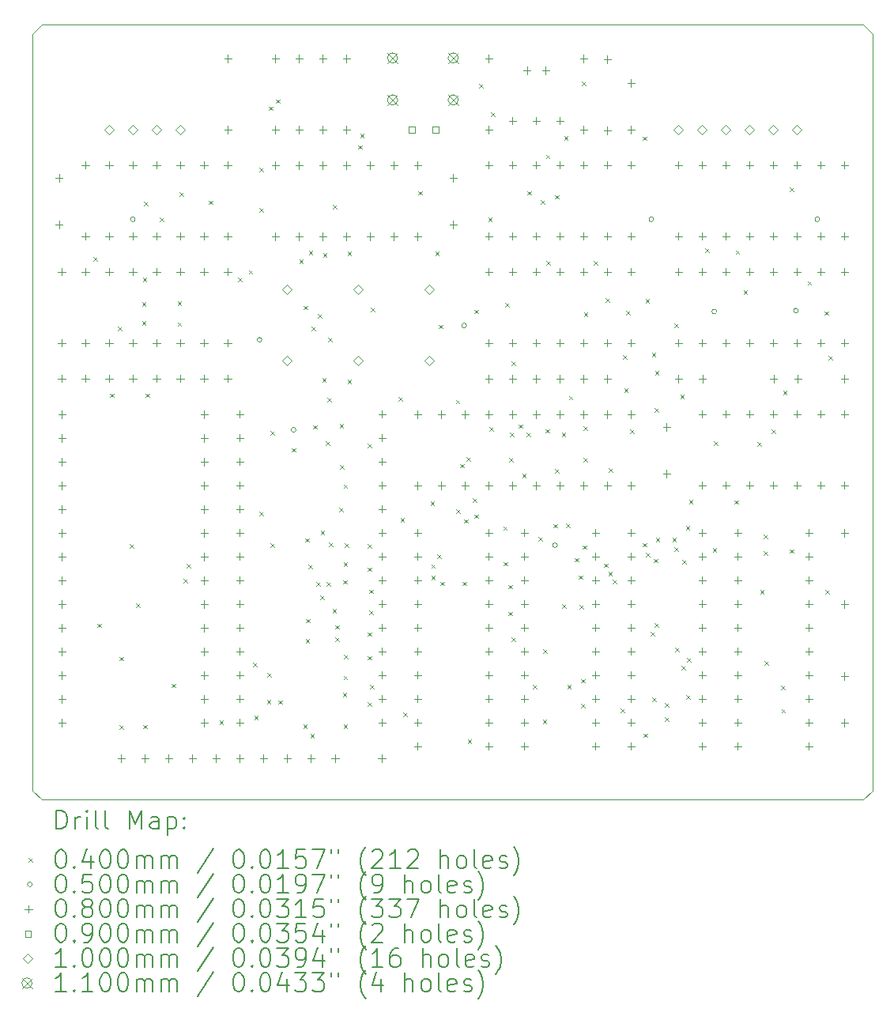
<source format=gbr>
%TF.GenerationSoftware,KiCad,Pcbnew,7.0.9*%
%TF.CreationDate,2023-11-22T19:56:07+01:00*%
%TF.ProjectId,my4th-light,6d793474-682d-46c6-9967-68742e6b6963,rev?*%
%TF.SameCoordinates,Original*%
%TF.FileFunction,Drillmap*%
%TF.FilePolarity,Positive*%
%FSLAX45Y45*%
G04 Gerber Fmt 4.5, Leading zero omitted, Abs format (unit mm)*
G04 Created by KiCad (PCBNEW 7.0.9) date 2023-11-22 19:56:07*
%MOMM*%
%LPD*%
G01*
G04 APERTURE LIST*
%ADD10C,0.050000*%
%ADD11C,0.200000*%
%ADD12C,0.100000*%
%ADD13C,0.110000*%
G04 APERTURE END LIST*
D10*
X21600000Y-4400000D02*
X12800000Y-4400000D01*
X21600000Y-12700000D02*
X12800000Y-12700000D01*
X21700000Y-12600000D02*
X21700000Y-4500000D01*
X12700000Y-4500000D02*
X12700000Y-12600000D01*
X12800000Y-4400000D02*
X12700000Y-4500000D01*
X21600000Y-12700000D02*
X21700000Y-12600000D01*
X21600000Y-4400000D02*
X21700000Y-4500000D01*
X12700000Y-12600000D02*
X12800000Y-12700000D01*
D11*
D12*
X13353100Y-6890340D02*
X13393100Y-6930340D01*
X13393100Y-6890340D02*
X13353100Y-6930340D01*
X13396820Y-10813100D02*
X13436820Y-10853100D01*
X13436820Y-10813100D02*
X13396820Y-10853100D01*
X13530900Y-8349300D02*
X13570900Y-8389300D01*
X13570900Y-8349300D02*
X13530900Y-8389300D01*
X13617800Y-7637100D02*
X13657800Y-7677100D01*
X13657800Y-7637100D02*
X13617800Y-7677100D01*
X13632500Y-11168700D02*
X13672500Y-11208700D01*
X13672500Y-11168700D02*
X13632500Y-11208700D01*
X13632500Y-11900220D02*
X13672500Y-11940220D01*
X13672500Y-11900220D02*
X13632500Y-11940220D01*
X13742410Y-9962200D02*
X13782410Y-10002200D01*
X13782410Y-9962200D02*
X13742410Y-10002200D01*
X13810300Y-10597200D02*
X13850300Y-10637200D01*
X13850300Y-10597200D02*
X13810300Y-10637200D01*
X13874945Y-7369550D02*
X13914945Y-7409550D01*
X13914945Y-7369550D02*
X13874945Y-7409550D01*
X13874945Y-7574600D02*
X13914945Y-7614600D01*
X13914945Y-7574600D02*
X13874945Y-7614600D01*
X13883960Y-7112320D02*
X13923960Y-7152320D01*
X13923960Y-7112320D02*
X13883960Y-7152320D01*
X13886500Y-11897680D02*
X13926500Y-11937680D01*
X13926500Y-11897680D02*
X13886500Y-11937680D01*
X13896660Y-6299520D02*
X13936660Y-6339520D01*
X13936660Y-6299520D02*
X13896660Y-6339520D01*
X13911900Y-8349300D02*
X13951900Y-8389300D01*
X13951900Y-8349300D02*
X13911900Y-8389300D01*
X14066840Y-6464620D02*
X14106840Y-6504620D01*
X14106840Y-6464620D02*
X14066840Y-6504620D01*
X14191300Y-11456980D02*
X14231300Y-11496980D01*
X14231300Y-11456980D02*
X14191300Y-11496980D01*
X14254800Y-7366320D02*
X14294800Y-7406320D01*
X14294800Y-7366320D02*
X14254800Y-7406320D01*
X14254800Y-7588840D02*
X14294800Y-7628840D01*
X14294800Y-7588840D02*
X14254800Y-7628840D01*
X14275120Y-6192840D02*
X14315120Y-6232840D01*
X14315120Y-6192840D02*
X14275120Y-6232840D01*
X14318300Y-10333040D02*
X14358300Y-10373040D01*
X14358300Y-10333040D02*
X14318300Y-10373040D01*
X14351320Y-10173020D02*
X14391320Y-10213020D01*
X14391320Y-10173020D02*
X14351320Y-10213020D01*
X14587540Y-6284280D02*
X14627540Y-6324280D01*
X14627540Y-6284280D02*
X14587540Y-6324280D01*
X14704380Y-11851960D02*
X14744380Y-11891960D01*
X14744380Y-11851960D02*
X14704380Y-11891960D01*
X14902500Y-7107240D02*
X14942500Y-7147240D01*
X14942500Y-7107240D02*
X14902500Y-7147240D01*
X15016800Y-7028500D02*
X15056800Y-7068500D01*
X15056800Y-7028500D02*
X15016800Y-7068500D01*
X15062520Y-11235020D02*
X15102520Y-11275020D01*
X15102520Y-11235020D02*
X15062520Y-11275020D01*
X15077760Y-11801160D02*
X15117760Y-11841160D01*
X15117760Y-11801160D02*
X15077760Y-11841160D01*
X15131100Y-5931220D02*
X15171100Y-5971220D01*
X15171100Y-5931220D02*
X15131100Y-5971220D01*
X15131100Y-6363020D02*
X15171100Y-6403020D01*
X15171100Y-6363020D02*
X15131100Y-6403020D01*
X15131100Y-9614220D02*
X15171100Y-9654220D01*
X15171100Y-9614220D02*
X15131100Y-9654220D01*
X15212380Y-11628440D02*
X15252380Y-11668440D01*
X15252380Y-11628440D02*
X15212380Y-11668440D01*
X15217460Y-11342960D02*
X15257460Y-11382960D01*
X15257460Y-11342960D02*
X15217460Y-11382960D01*
X15232700Y-5275900D02*
X15272700Y-5315900D01*
X15272700Y-5275900D02*
X15232700Y-5315900D01*
X15250480Y-9954580D02*
X15290480Y-9994580D01*
X15290480Y-9954580D02*
X15250480Y-9994580D01*
X15253020Y-8750620D02*
X15293020Y-8790620D01*
X15293020Y-8750620D02*
X15253020Y-8790620D01*
X15308900Y-5199700D02*
X15348900Y-5239700D01*
X15348900Y-5199700D02*
X15308900Y-5239700D01*
X15334300Y-11636060D02*
X15374300Y-11676060D01*
X15374300Y-11636060D02*
X15334300Y-11676060D01*
X15479080Y-8933500D02*
X15519080Y-8973500D01*
X15519080Y-8933500D02*
X15479080Y-8973500D01*
X15560834Y-6913726D02*
X15600834Y-6953726D01*
X15600834Y-6913726D02*
X15560834Y-6953726D01*
X15601000Y-11892600D02*
X15641000Y-11932600D01*
X15641000Y-11892600D02*
X15601000Y-11932600D01*
X15608620Y-7409500D02*
X15648620Y-7449500D01*
X15648620Y-7409500D02*
X15608620Y-7449500D01*
X15623860Y-9898700D02*
X15663860Y-9938700D01*
X15663860Y-9898700D02*
X15623860Y-9938700D01*
X15626400Y-10981020D02*
X15666400Y-11021020D01*
X15666400Y-10981020D02*
X15626400Y-11021020D01*
X15628940Y-10762300D02*
X15668940Y-10802300D01*
X15668940Y-10762300D02*
X15628940Y-10802300D01*
X15659420Y-10184720D02*
X15699420Y-10224720D01*
X15699420Y-10184720D02*
X15659420Y-10224720D01*
X15661960Y-6822760D02*
X15701960Y-6862760D01*
X15701960Y-6822760D02*
X15661960Y-6862760D01*
X15677200Y-11994200D02*
X15717200Y-12034200D01*
X15717200Y-11994200D02*
X15677200Y-12034200D01*
X15689900Y-7633710D02*
X15729900Y-7673710D01*
X15729900Y-7633710D02*
X15689900Y-7673710D01*
X15710220Y-8689660D02*
X15750220Y-8729660D01*
X15750220Y-8689660D02*
X15710220Y-8729660D01*
X15743240Y-10370140D02*
X15783240Y-10410140D01*
X15783240Y-10370140D02*
X15743240Y-10410140D01*
X15761710Y-7498400D02*
X15801710Y-7538400D01*
X15801710Y-7498400D02*
X15761710Y-7538400D01*
X15783880Y-10515610D02*
X15823880Y-10555610D01*
X15823880Y-10515610D02*
X15783880Y-10555610D01*
X15788960Y-9821500D02*
X15828960Y-9861500D01*
X15828960Y-9821500D02*
X15788960Y-9861500D01*
X15804200Y-8184200D02*
X15844200Y-8224200D01*
X15844200Y-8184200D02*
X15804200Y-8224200D01*
X15814329Y-6848191D02*
X15854329Y-6888191D01*
X15854329Y-6848191D02*
X15814329Y-6888191D01*
X15841030Y-8863650D02*
X15881030Y-8903650D01*
X15881030Y-8863650D02*
X15841030Y-8903650D01*
X15852460Y-10370140D02*
X15892460Y-10410140D01*
X15892460Y-10370140D02*
X15852460Y-10410140D01*
X15860080Y-8397560D02*
X15900080Y-8437560D01*
X15900080Y-8397560D02*
X15860080Y-8437560D01*
X15870240Y-7754940D02*
X15910240Y-7794940D01*
X15910240Y-7754940D02*
X15870240Y-7794940D01*
X15877860Y-9944420D02*
X15917860Y-9984420D01*
X15917860Y-9944420D02*
X15877860Y-9984420D01*
X15915960Y-10659130D02*
X15955960Y-10699130D01*
X15955960Y-10659130D02*
X15915960Y-10699130D01*
X15918500Y-6332540D02*
X15958500Y-6372540D01*
X15958500Y-6332540D02*
X15918500Y-6372540D01*
X15946440Y-10830880D02*
X15986440Y-10870880D01*
X15986440Y-10830880D02*
X15946440Y-10870880D01*
X15946440Y-10962960D02*
X15986440Y-11002960D01*
X15986440Y-10962960D02*
X15946440Y-11002960D01*
X15990310Y-9576120D02*
X16030310Y-9616120D01*
X16030310Y-9576120D02*
X15990310Y-9616120D01*
X15992160Y-8674420D02*
X16032160Y-8714420D01*
X16032160Y-8674420D02*
X15992160Y-8714420D01*
X15994700Y-9113840D02*
X16034700Y-9153840D01*
X16034700Y-9113840D02*
X15994700Y-9153840D01*
X16025180Y-11553780D02*
X16065180Y-11593780D01*
X16065180Y-11553780D02*
X16025180Y-11593780D01*
X16027720Y-10347280D02*
X16067720Y-10387280D01*
X16067720Y-10347280D02*
X16027720Y-10387280D01*
X16032800Y-9323660D02*
X16072800Y-9363660D01*
X16072800Y-9323660D02*
X16032800Y-9363660D01*
X16032800Y-10156780D02*
X16072800Y-10196780D01*
X16072800Y-10156780D02*
X16032800Y-10196780D01*
X16032800Y-11373440D02*
X16072800Y-11413440D01*
X16072800Y-11373440D02*
X16032800Y-11413440D01*
X16032800Y-11892600D02*
X16072800Y-11932600D01*
X16072800Y-11892600D02*
X16032800Y-11932600D01*
X16040420Y-11145840D02*
X16080420Y-11185840D01*
X16080420Y-11145840D02*
X16040420Y-11185840D01*
X16048040Y-9953580D02*
X16088040Y-9993580D01*
X16088040Y-9953580D02*
X16048040Y-9993580D01*
X16075980Y-6830380D02*
X16115980Y-6870380D01*
X16115980Y-6830380D02*
X16075980Y-6870380D01*
X16075980Y-8204520D02*
X16115980Y-8244520D01*
X16115980Y-8204520D02*
X16075980Y-8244520D01*
X16192820Y-5692460D02*
X16232820Y-5732460D01*
X16232820Y-5692460D02*
X16192820Y-5732460D01*
X16210600Y-5570540D02*
X16250600Y-5610540D01*
X16250600Y-5570540D02*
X16210600Y-5610540D01*
X16293730Y-8887780D02*
X16333730Y-8927780D01*
X16333730Y-8887780D02*
X16293730Y-8927780D01*
X16293730Y-9961200D02*
X16333730Y-10001200D01*
X16333730Y-9961200D02*
X16293730Y-10001200D01*
X16293730Y-10212660D02*
X16333730Y-10252660D01*
X16333730Y-10212660D02*
X16293730Y-10252660D01*
X16293730Y-10906080D02*
X16333730Y-10946080D01*
X16333730Y-10906080D02*
X16293730Y-10946080D01*
X16293730Y-11160080D02*
X16333730Y-11200080D01*
X16333730Y-11160080D02*
X16293730Y-11200080D01*
X16293730Y-11657920D02*
X16333730Y-11697920D01*
X16333730Y-11657920D02*
X16293730Y-11697920D01*
X16309660Y-10448880D02*
X16349660Y-10488880D01*
X16349660Y-10448880D02*
X16309660Y-10488880D01*
X16309660Y-10672400D02*
X16349660Y-10712400D01*
X16349660Y-10672400D02*
X16309660Y-10712400D01*
X16314740Y-11467420D02*
X16354740Y-11507420D01*
X16354740Y-11467420D02*
X16314740Y-11507420D01*
X16324900Y-7432360D02*
X16364900Y-7472360D01*
X16364900Y-7432360D02*
X16324900Y-7472360D01*
X16619540Y-8387400D02*
X16659540Y-8427400D01*
X16659540Y-8387400D02*
X16619540Y-8427400D01*
X16642400Y-9684340D02*
X16682400Y-9724340D01*
X16682400Y-9684340D02*
X16642400Y-9724340D01*
X16672880Y-11764600D02*
X16712880Y-11804600D01*
X16712880Y-11764600D02*
X16672880Y-11804600D01*
X16835440Y-6181990D02*
X16875440Y-6221990D01*
X16875440Y-6181990D02*
X16835440Y-6221990D01*
X16964980Y-9507120D02*
X17004980Y-9547120D01*
X17004980Y-9507120D02*
X16964980Y-9547120D01*
X16972600Y-10179640D02*
X17012600Y-10219640D01*
X17012600Y-10179640D02*
X16972600Y-10219640D01*
X16972600Y-10301560D02*
X17012600Y-10341560D01*
X17012600Y-10301560D02*
X16972600Y-10341560D01*
X17015780Y-6832920D02*
X17055780Y-6872920D01*
X17055780Y-6832920D02*
X17015780Y-6872920D01*
X17039220Y-10075500D02*
X17079220Y-10115500D01*
X17079220Y-10075500D02*
X17039220Y-10115500D01*
X17056420Y-7612700D02*
X17096420Y-7652700D01*
X17096420Y-7612700D02*
X17056420Y-7652700D01*
X17071660Y-10366060D02*
X17111660Y-10406060D01*
X17111660Y-10366060D02*
X17071660Y-10406060D01*
X17235490Y-8419150D02*
X17275490Y-8459150D01*
X17275490Y-8419150D02*
X17235490Y-8459150D01*
X17239300Y-9590360D02*
X17279300Y-9630360D01*
X17279300Y-9590360D02*
X17239300Y-9630360D01*
X17282047Y-9104259D02*
X17322047Y-9144259D01*
X17322047Y-9104259D02*
X17282047Y-9144259D01*
X17305340Y-10365640D02*
X17345340Y-10405640D01*
X17345340Y-10365640D02*
X17305340Y-10405640D01*
X17323700Y-9697040D02*
X17363700Y-9737040D01*
X17363700Y-9697040D02*
X17323700Y-9737040D01*
X17349480Y-9033520D02*
X17389480Y-9073520D01*
X17389480Y-9033520D02*
X17349480Y-9073520D01*
X17363760Y-12056700D02*
X17403760Y-12096700D01*
X17403760Y-12056700D02*
X17363760Y-12096700D01*
X17420238Y-9470762D02*
X17460238Y-9510762D01*
X17460238Y-9470762D02*
X17420238Y-9510762D01*
X17432340Y-7452680D02*
X17472340Y-7492680D01*
X17472340Y-7452680D02*
X17432340Y-7492680D01*
X17434880Y-9644700D02*
X17474880Y-9684700D01*
X17474880Y-9644700D02*
X17434880Y-9684700D01*
X17485680Y-5034600D02*
X17525680Y-5074600D01*
X17525680Y-5034600D02*
X17485680Y-5074600D01*
X17582200Y-6464620D02*
X17622200Y-6504620D01*
X17622200Y-6464620D02*
X17582200Y-6504620D01*
X17597440Y-8709980D02*
X17637440Y-8749980D01*
X17637440Y-8709980D02*
X17597440Y-8749980D01*
X17615910Y-5339400D02*
X17655910Y-5379400D01*
X17655910Y-5339400D02*
X17615910Y-5379400D01*
X17744760Y-9773240D02*
X17784760Y-9813240D01*
X17784760Y-9773240D02*
X17744760Y-9813240D01*
X17749840Y-10152700D02*
X17789840Y-10192700D01*
X17789840Y-10152700D02*
X17749840Y-10192700D01*
X17767620Y-7378330D02*
X17807620Y-7418330D01*
X17807620Y-7378330D02*
X17767620Y-7418330D01*
X17798100Y-10687640D02*
X17838100Y-10727640D01*
X17838100Y-10687640D02*
X17798100Y-10727640D01*
X17800640Y-10398080D02*
X17840640Y-10438080D01*
X17840640Y-10398080D02*
X17800640Y-10438080D01*
X17805720Y-9040180D02*
X17845720Y-9080180D01*
X17845720Y-9040180D02*
X17805720Y-9080180D01*
X17818420Y-8770940D02*
X17858420Y-8810940D01*
X17858420Y-8770940D02*
X17818420Y-8810940D01*
X17832970Y-10959420D02*
X17872970Y-10999420D01*
X17872970Y-10959420D02*
X17832970Y-10999420D01*
X17834930Y-8005130D02*
X17874930Y-8045130D01*
X17874930Y-8005130D02*
X17834930Y-8045130D01*
X17907320Y-8681460D02*
X17947320Y-8721460D01*
X17947320Y-8681460D02*
X17907320Y-8721460D01*
X17947960Y-9207820D02*
X17987960Y-9247820D01*
X17987960Y-9207820D02*
X17947960Y-9247820D01*
X17993680Y-8770940D02*
X18033680Y-8810940D01*
X18033680Y-8770940D02*
X17993680Y-8810940D01*
X18003840Y-6182680D02*
X18043840Y-6222680D01*
X18043840Y-6182680D02*
X18003840Y-6222680D01*
X18062260Y-11468420D02*
X18102260Y-11508420D01*
X18102260Y-11468420D02*
X18062260Y-11508420D01*
X18118140Y-9888540D02*
X18158140Y-9928540D01*
X18158140Y-9888540D02*
X18118140Y-9928540D01*
X18148620Y-6282430D02*
X18188620Y-6322430D01*
X18188620Y-6282430D02*
X18148620Y-6322430D01*
X18166400Y-11840800D02*
X18206400Y-11880800D01*
X18206400Y-11840800D02*
X18166400Y-11880800D01*
X18168940Y-11091500D02*
X18208940Y-11131500D01*
X18208940Y-11091500D02*
X18168940Y-11131500D01*
X18196880Y-8730300D02*
X18236880Y-8770300D01*
X18236880Y-8730300D02*
X18196880Y-8770300D01*
X18201960Y-5793370D02*
X18241960Y-5833370D01*
X18241960Y-5793370D02*
X18201960Y-5833370D01*
X18204500Y-6934520D02*
X18244500Y-6974520D01*
X18244500Y-6934520D02*
X18204500Y-6974520D01*
X18280180Y-9746300D02*
X18320180Y-9786300D01*
X18320180Y-9746300D02*
X18280180Y-9786300D01*
X18298480Y-6225170D02*
X18338480Y-6265170D01*
X18338480Y-6225170D02*
X18298480Y-6265170D01*
X18298480Y-9157020D02*
X18338480Y-9197020D01*
X18338480Y-9157020D02*
X18298480Y-9197020D01*
X18371570Y-8768400D02*
X18411570Y-8808400D01*
X18411570Y-8768400D02*
X18371570Y-8808400D01*
X18377910Y-10604820D02*
X18417910Y-10644820D01*
X18417910Y-10604820D02*
X18377910Y-10644820D01*
X18396070Y-5595940D02*
X18436070Y-5635940D01*
X18436070Y-5595940D02*
X18396070Y-5635940D01*
X18416010Y-9743760D02*
X18456010Y-9783760D01*
X18456010Y-9743760D02*
X18416010Y-9783760D01*
X18429518Y-11469859D02*
X18469518Y-11509859D01*
X18469518Y-11469859D02*
X18429518Y-11509859D01*
X18445800Y-8374700D02*
X18485800Y-8414700D01*
X18485800Y-8374700D02*
X18445800Y-8414700D01*
X18509300Y-10112060D02*
X18549300Y-10152060D01*
X18549300Y-10112060D02*
X18509300Y-10152060D01*
X18555020Y-10297480D02*
X18595020Y-10337480D01*
X18595020Y-10297480D02*
X18555020Y-10337480D01*
X18560100Y-10614980D02*
X18600100Y-10654980D01*
X18600100Y-10614980D02*
X18560100Y-10654980D01*
X18575340Y-11405610D02*
X18615340Y-11445610D01*
X18615340Y-11405610D02*
X18575340Y-11445610D01*
X18577880Y-11671620D02*
X18617880Y-11711620D01*
X18617880Y-11671620D02*
X18577880Y-11711620D01*
X18585500Y-5009200D02*
X18625500Y-5049200D01*
X18625500Y-5009200D02*
X18585500Y-5049200D01*
X18593120Y-9974900D02*
X18633120Y-10014900D01*
X18633120Y-9974900D02*
X18593120Y-10014900D01*
X18600740Y-8702360D02*
X18640740Y-8742360D01*
X18640740Y-8702360D02*
X18600740Y-8742360D01*
X18600740Y-9040180D02*
X18640740Y-9080180D01*
X18640740Y-9040180D02*
X18600740Y-9080180D01*
X18608360Y-7481310D02*
X18648360Y-7521310D01*
X18648360Y-7481310D02*
X18608360Y-7521310D01*
X18712500Y-6934520D02*
X18752500Y-6974520D01*
X18752500Y-6934520D02*
X18712500Y-6974520D01*
X18824950Y-10169980D02*
X18864950Y-10209980D01*
X18864950Y-10169980D02*
X18824950Y-10209980D01*
X18842040Y-7330070D02*
X18882040Y-7370070D01*
X18882040Y-7330070D02*
X18842040Y-7370070D01*
X18869400Y-10261630D02*
X18909400Y-10301630D01*
X18909400Y-10261630D02*
X18869400Y-10301630D01*
X18876330Y-9153210D02*
X18916330Y-9193210D01*
X18916330Y-9153210D02*
X18876330Y-9193210D01*
X18917670Y-10347211D02*
X18957670Y-10387211D01*
X18957670Y-10347211D02*
X18917670Y-10387211D01*
X19002060Y-11721420D02*
X19042060Y-11761420D01*
X19042060Y-11721420D02*
X19002060Y-11761420D01*
X19027460Y-7940360D02*
X19067460Y-7980360D01*
X19067460Y-7940360D02*
X19027460Y-7980360D01*
X19040160Y-8293420D02*
X19080160Y-8333420D01*
X19080160Y-8293420D02*
X19040160Y-8333420D01*
X19060480Y-7467920D02*
X19100480Y-7507920D01*
X19100480Y-7467920D02*
X19060480Y-7507920D01*
X19101120Y-8732530D02*
X19141120Y-8772530D01*
X19141120Y-8732530D02*
X19101120Y-8772530D01*
X19238280Y-5598480D02*
X19278280Y-5638480D01*
X19278280Y-5598480D02*
X19238280Y-5638480D01*
X19240820Y-9949500D02*
X19280820Y-9989500D01*
X19280820Y-9949500D02*
X19240820Y-9989500D01*
X19248440Y-11990660D02*
X19288440Y-12030660D01*
X19288440Y-11990660D02*
X19248440Y-12030660D01*
X19268760Y-7338380D02*
X19308760Y-7378380D01*
X19308760Y-7338380D02*
X19268760Y-7378380D01*
X19273840Y-10058720D02*
X19313840Y-10098720D01*
X19313840Y-10058720D02*
X19273840Y-10098720D01*
X19321410Y-10904230D02*
X19361410Y-10944230D01*
X19361410Y-10904230D02*
X19321410Y-10944230D01*
X19334800Y-7914960D02*
X19374800Y-7954960D01*
X19374800Y-7914960D02*
X19334800Y-7954960D01*
X19340607Y-11605884D02*
X19380607Y-11645884D01*
X19380607Y-11605884D02*
X19340607Y-11645884D01*
X19354350Y-10120450D02*
X19394350Y-10160450D01*
X19394350Y-10120450D02*
X19354350Y-10160450D01*
X19362790Y-10808020D02*
X19402790Y-10848020D01*
X19402790Y-10808020D02*
X19362790Y-10848020D01*
X19367820Y-8509320D02*
X19407820Y-8549320D01*
X19407820Y-8509320D02*
X19367820Y-8549320D01*
X19370360Y-8109850D02*
X19410360Y-8149850D01*
X19410360Y-8109850D02*
X19370360Y-8149850D01*
X19377290Y-9893620D02*
X19417290Y-9933620D01*
X19417290Y-9893620D02*
X19377290Y-9933620D01*
X19476350Y-11667390D02*
X19516350Y-11707390D01*
X19516350Y-11667390D02*
X19476350Y-11707390D01*
X19477040Y-11817940D02*
X19517040Y-11857940D01*
X19517040Y-11817940D02*
X19477040Y-11857940D01*
X19556470Y-9892620D02*
X19596470Y-9932620D01*
X19596470Y-9892620D02*
X19556470Y-9932620D01*
X19578640Y-7602540D02*
X19618640Y-7642540D01*
X19618640Y-7602540D02*
X19578640Y-7642540D01*
X19578640Y-9999300D02*
X19618640Y-10039300D01*
X19618640Y-9999300D02*
X19578640Y-10039300D01*
X19585570Y-11073720D02*
X19625570Y-11113720D01*
X19625570Y-11073720D02*
X19585570Y-11113720D01*
X19639600Y-8360150D02*
X19679600Y-8400150D01*
X19679600Y-8360150D02*
X19639600Y-8400150D01*
X19654840Y-11265220D02*
X19694840Y-11305220D01*
X19694840Y-11265220D02*
X19654840Y-11305220D01*
X19660175Y-10131635D02*
X19700175Y-10171635D01*
X19700175Y-10131635D02*
X19660175Y-10171635D01*
X19698865Y-9766620D02*
X19738865Y-9806620D01*
X19738865Y-9766620D02*
X19698865Y-9806620D01*
X19705640Y-11582720D02*
X19745640Y-11622720D01*
X19745640Y-11582720D02*
X19705640Y-11622720D01*
X19713260Y-11183940D02*
X19753260Y-11223940D01*
X19753260Y-11183940D02*
X19713260Y-11223940D01*
X19734270Y-9489760D02*
X19774270Y-9529760D01*
X19774270Y-9489760D02*
X19734270Y-9529760D01*
X19906300Y-6797360D02*
X19946300Y-6837360D01*
X19946300Y-6797360D02*
X19906300Y-6837360D01*
X19987580Y-10005380D02*
X20027580Y-10045380D01*
X20027580Y-10005380D02*
X19987580Y-10045380D01*
X20000280Y-8862380D02*
X20040280Y-8902380D01*
X20040280Y-8862380D02*
X20000280Y-8902380D01*
X20221260Y-9492300D02*
X20261260Y-9532300D01*
X20261260Y-9492300D02*
X20221260Y-9532300D01*
X20233960Y-6817680D02*
X20273960Y-6857680D01*
X20273960Y-6817680D02*
X20233960Y-6857680D01*
X20317780Y-7246940D02*
X20357780Y-7286940D01*
X20357780Y-7246940D02*
X20317780Y-7286940D01*
X20465100Y-8870000D02*
X20505100Y-8910000D01*
X20505100Y-8870000D02*
X20465100Y-8910000D01*
X20495580Y-10452420D02*
X20535580Y-10492420D01*
X20535580Y-10452420D02*
X20495580Y-10492420D01*
X20533680Y-10038400D02*
X20573680Y-10078400D01*
X20573680Y-10038400D02*
X20533680Y-10078400D01*
X20536220Y-9860600D02*
X20576220Y-9900600D01*
X20576220Y-9860600D02*
X20536220Y-9900600D01*
X20543840Y-11214420D02*
X20583840Y-11254420D01*
X20583840Y-11214420D02*
X20543840Y-11254420D01*
X20617500Y-8737920D02*
X20657500Y-8777920D01*
X20657500Y-8737920D02*
X20617500Y-8777920D01*
X20719100Y-11476040D02*
X20759100Y-11516040D01*
X20759100Y-11476040D02*
X20719100Y-11516040D01*
X20724180Y-11727500D02*
X20764180Y-11767500D01*
X20764180Y-11727500D02*
X20724180Y-11767500D01*
X20741960Y-8321360D02*
X20781960Y-8361360D01*
X20781960Y-8321360D02*
X20741960Y-8361360D01*
X20810540Y-10018080D02*
X20850540Y-10058080D01*
X20850540Y-10018080D02*
X20810540Y-10058080D01*
X20815620Y-6144580D02*
X20855620Y-6184580D01*
X20855620Y-6144580D02*
X20815620Y-6184580D01*
X21003580Y-7147880D02*
X21043580Y-7187880D01*
X21043580Y-7147880D02*
X21003580Y-7187880D01*
X21184610Y-7470460D02*
X21224610Y-7510460D01*
X21224610Y-7470460D02*
X21184610Y-7510460D01*
X21191540Y-10454960D02*
X21231540Y-10494960D01*
X21231540Y-10454960D02*
X21191540Y-10494960D01*
X21227100Y-7950520D02*
X21267100Y-7990520D01*
X21267100Y-7950520D02*
X21227100Y-7990520D01*
X13801960Y-6484620D02*
G75*
G03*
X13801960Y-6484620I-25000J0D01*
G01*
X15158320Y-7774940D02*
G75*
G03*
X15158320Y-7774940I-25000J0D01*
G01*
X15524080Y-8739140D02*
G75*
G03*
X15524080Y-8739140I-25000J0D01*
G01*
X17350340Y-7622540D02*
G75*
G03*
X17350340Y-7622540I-25000J0D01*
G01*
X18323160Y-9974580D02*
G75*
G03*
X18323160Y-9974580I-25000J0D01*
G01*
X19354400Y-6484620D02*
G75*
G03*
X19354400Y-6484620I-25000J0D01*
G01*
X20030040Y-7472680D02*
G75*
G03*
X20030040Y-7472680I-25000J0D01*
G01*
X20903800Y-7462520D02*
G75*
G03*
X20903800Y-7462520I-25000J0D01*
G01*
X21132400Y-6484620D02*
G75*
G03*
X21132400Y-6484620I-25000J0D01*
G01*
X12985750Y-6000500D02*
X12985750Y-6080500D01*
X12945750Y-6040500D02*
X13025750Y-6040500D01*
X12985750Y-6500500D02*
X12985750Y-6580500D01*
X12945750Y-6540500D02*
X13025750Y-6540500D01*
X13015500Y-7007500D02*
X13015500Y-7087500D01*
X12975500Y-7047500D02*
X13055500Y-7047500D01*
X13015500Y-7769500D02*
X13015500Y-7849500D01*
X12975500Y-7809500D02*
X13055500Y-7809500D01*
X13015500Y-8150500D02*
X13015500Y-8230500D01*
X12975500Y-8190500D02*
X13055500Y-8190500D01*
X13017500Y-8532500D02*
X13017500Y-8612500D01*
X12977500Y-8572500D02*
X13057500Y-8572500D01*
X13017500Y-8786500D02*
X13017500Y-8866500D01*
X12977500Y-8826500D02*
X13057500Y-8826500D01*
X13017500Y-9040500D02*
X13017500Y-9120500D01*
X12977500Y-9080500D02*
X13057500Y-9080500D01*
X13017500Y-9294500D02*
X13017500Y-9374500D01*
X12977500Y-9334500D02*
X13057500Y-9334500D01*
X13017500Y-9548500D02*
X13017500Y-9628500D01*
X12977500Y-9588500D02*
X13057500Y-9588500D01*
X13017500Y-9802500D02*
X13017500Y-9882500D01*
X12977500Y-9842500D02*
X13057500Y-9842500D01*
X13017500Y-10056500D02*
X13017500Y-10136500D01*
X12977500Y-10096500D02*
X13057500Y-10096500D01*
X13017500Y-10310500D02*
X13017500Y-10390500D01*
X12977500Y-10350500D02*
X13057500Y-10350500D01*
X13017500Y-10564500D02*
X13017500Y-10644500D01*
X12977500Y-10604500D02*
X13057500Y-10604500D01*
X13017500Y-10818500D02*
X13017500Y-10898500D01*
X12977500Y-10858500D02*
X13057500Y-10858500D01*
X13017500Y-11072500D02*
X13017500Y-11152500D01*
X12977500Y-11112500D02*
X13057500Y-11112500D01*
X13017500Y-11326500D02*
X13017500Y-11406500D01*
X12977500Y-11366500D02*
X13057500Y-11366500D01*
X13017500Y-11580500D02*
X13017500Y-11660500D01*
X12977500Y-11620500D02*
X13057500Y-11620500D01*
X13017500Y-11834500D02*
X13017500Y-11914500D01*
X12977500Y-11874500D02*
X13057500Y-11874500D01*
X13269500Y-5864500D02*
X13269500Y-5944500D01*
X13229500Y-5904500D02*
X13309500Y-5904500D01*
X13269500Y-6626500D02*
X13269500Y-6706500D01*
X13229500Y-6666500D02*
X13309500Y-6666500D01*
X13269500Y-7007500D02*
X13269500Y-7087500D01*
X13229500Y-7047500D02*
X13309500Y-7047500D01*
X13269500Y-7769500D02*
X13269500Y-7849500D01*
X13229500Y-7809500D02*
X13309500Y-7809500D01*
X13269500Y-8150500D02*
X13269500Y-8230500D01*
X13229500Y-8190500D02*
X13309500Y-8190500D01*
X13523500Y-5864500D02*
X13523500Y-5944500D01*
X13483500Y-5904500D02*
X13563500Y-5904500D01*
X13523500Y-6626500D02*
X13523500Y-6706500D01*
X13483500Y-6666500D02*
X13563500Y-6666500D01*
X13523500Y-7007500D02*
X13523500Y-7087500D01*
X13483500Y-7047500D02*
X13563500Y-7047500D01*
X13523500Y-7769500D02*
X13523500Y-7849500D01*
X13483500Y-7809500D02*
X13563500Y-7809500D01*
X13523500Y-8150500D02*
X13523500Y-8230500D01*
X13483500Y-8190500D02*
X13563500Y-8190500D01*
X13652500Y-12215500D02*
X13652500Y-12295500D01*
X13612500Y-12255500D02*
X13692500Y-12255500D01*
X13777500Y-5864500D02*
X13777500Y-5944500D01*
X13737500Y-5904500D02*
X13817500Y-5904500D01*
X13777500Y-6626500D02*
X13777500Y-6706500D01*
X13737500Y-6666500D02*
X13817500Y-6666500D01*
X13777500Y-7007500D02*
X13777500Y-7087500D01*
X13737500Y-7047500D02*
X13817500Y-7047500D01*
X13777500Y-7769500D02*
X13777500Y-7849500D01*
X13737500Y-7809500D02*
X13817500Y-7809500D01*
X13777500Y-8150500D02*
X13777500Y-8230500D01*
X13737500Y-8190500D02*
X13817500Y-8190500D01*
X13906500Y-12215500D02*
X13906500Y-12295500D01*
X13866500Y-12255500D02*
X13946500Y-12255500D01*
X14031500Y-5864500D02*
X14031500Y-5944500D01*
X13991500Y-5904500D02*
X14071500Y-5904500D01*
X14031500Y-6626500D02*
X14031500Y-6706500D01*
X13991500Y-6666500D02*
X14071500Y-6666500D01*
X14031500Y-7007500D02*
X14031500Y-7087500D01*
X13991500Y-7047500D02*
X14071500Y-7047500D01*
X14031500Y-7769500D02*
X14031500Y-7849500D01*
X13991500Y-7809500D02*
X14071500Y-7809500D01*
X14031500Y-8150500D02*
X14031500Y-8230500D01*
X13991500Y-8190500D02*
X14071500Y-8190500D01*
X14160500Y-12215500D02*
X14160500Y-12295500D01*
X14120500Y-12255500D02*
X14200500Y-12255500D01*
X14285500Y-5864500D02*
X14285500Y-5944500D01*
X14245500Y-5904500D02*
X14325500Y-5904500D01*
X14285500Y-6626500D02*
X14285500Y-6706500D01*
X14245500Y-6666500D02*
X14325500Y-6666500D01*
X14285500Y-7007500D02*
X14285500Y-7087500D01*
X14245500Y-7047500D02*
X14325500Y-7047500D01*
X14285500Y-7769500D02*
X14285500Y-7849500D01*
X14245500Y-7809500D02*
X14325500Y-7809500D01*
X14285500Y-8150500D02*
X14285500Y-8230500D01*
X14245500Y-8190500D02*
X14325500Y-8190500D01*
X14414500Y-12215500D02*
X14414500Y-12295500D01*
X14374500Y-12255500D02*
X14454500Y-12255500D01*
X14539500Y-5864500D02*
X14539500Y-5944500D01*
X14499500Y-5904500D02*
X14579500Y-5904500D01*
X14539500Y-6626500D02*
X14539500Y-6706500D01*
X14499500Y-6666500D02*
X14579500Y-6666500D01*
X14539500Y-7007500D02*
X14539500Y-7087500D01*
X14499500Y-7047500D02*
X14579500Y-7047500D01*
X14539500Y-7769500D02*
X14539500Y-7849500D01*
X14499500Y-7809500D02*
X14579500Y-7809500D01*
X14539500Y-8150500D02*
X14539500Y-8230500D01*
X14499500Y-8190500D02*
X14579500Y-8190500D01*
X14541500Y-8532500D02*
X14541500Y-8612500D01*
X14501500Y-8572500D02*
X14581500Y-8572500D01*
X14541500Y-8786500D02*
X14541500Y-8866500D01*
X14501500Y-8826500D02*
X14581500Y-8826500D01*
X14541500Y-9040500D02*
X14541500Y-9120500D01*
X14501500Y-9080500D02*
X14581500Y-9080500D01*
X14541500Y-9294500D02*
X14541500Y-9374500D01*
X14501500Y-9334500D02*
X14581500Y-9334500D01*
X14541500Y-9548500D02*
X14541500Y-9628500D01*
X14501500Y-9588500D02*
X14581500Y-9588500D01*
X14541500Y-9802500D02*
X14541500Y-9882500D01*
X14501500Y-9842500D02*
X14581500Y-9842500D01*
X14541500Y-10056500D02*
X14541500Y-10136500D01*
X14501500Y-10096500D02*
X14581500Y-10096500D01*
X14541500Y-10310500D02*
X14541500Y-10390500D01*
X14501500Y-10350500D02*
X14581500Y-10350500D01*
X14541500Y-10564500D02*
X14541500Y-10644500D01*
X14501500Y-10604500D02*
X14581500Y-10604500D01*
X14541500Y-10818500D02*
X14541500Y-10898500D01*
X14501500Y-10858500D02*
X14581500Y-10858500D01*
X14541500Y-11072500D02*
X14541500Y-11152500D01*
X14501500Y-11112500D02*
X14581500Y-11112500D01*
X14541500Y-11326500D02*
X14541500Y-11406500D01*
X14501500Y-11366500D02*
X14581500Y-11366500D01*
X14541500Y-11580500D02*
X14541500Y-11660500D01*
X14501500Y-11620500D02*
X14581500Y-11620500D01*
X14541500Y-11834500D02*
X14541500Y-11914500D01*
X14501500Y-11874500D02*
X14581500Y-11874500D01*
X14668500Y-12215500D02*
X14668500Y-12295500D01*
X14628500Y-12255500D02*
X14708500Y-12255500D01*
X14793500Y-5864500D02*
X14793500Y-5944500D01*
X14753500Y-5904500D02*
X14833500Y-5904500D01*
X14793500Y-6626500D02*
X14793500Y-6706500D01*
X14753500Y-6666500D02*
X14833500Y-6666500D01*
X14793500Y-7007500D02*
X14793500Y-7087500D01*
X14753500Y-7047500D02*
X14833500Y-7047500D01*
X14793500Y-7769500D02*
X14793500Y-7849500D01*
X14753500Y-7809500D02*
X14833500Y-7809500D01*
X14793500Y-8150500D02*
X14793500Y-8230500D01*
X14753500Y-8190500D02*
X14833500Y-8190500D01*
X14795500Y-4722500D02*
X14795500Y-4802500D01*
X14755500Y-4762500D02*
X14835500Y-4762500D01*
X14795500Y-5484500D02*
X14795500Y-5564500D01*
X14755500Y-5524500D02*
X14835500Y-5524500D01*
X14922500Y-8531500D02*
X14922500Y-8611500D01*
X14882500Y-8571500D02*
X14962500Y-8571500D01*
X14922500Y-8785500D02*
X14922500Y-8865500D01*
X14882500Y-8825500D02*
X14962500Y-8825500D01*
X14922500Y-9039500D02*
X14922500Y-9119500D01*
X14882500Y-9079500D02*
X14962500Y-9079500D01*
X14922500Y-9293500D02*
X14922500Y-9373500D01*
X14882500Y-9333500D02*
X14962500Y-9333500D01*
X14922500Y-9547500D02*
X14922500Y-9627500D01*
X14882500Y-9587500D02*
X14962500Y-9587500D01*
X14922500Y-9801500D02*
X14922500Y-9881500D01*
X14882500Y-9841500D02*
X14962500Y-9841500D01*
X14922500Y-10055500D02*
X14922500Y-10135500D01*
X14882500Y-10095500D02*
X14962500Y-10095500D01*
X14922500Y-10309500D02*
X14922500Y-10389500D01*
X14882500Y-10349500D02*
X14962500Y-10349500D01*
X14922500Y-10563500D02*
X14922500Y-10643500D01*
X14882500Y-10603500D02*
X14962500Y-10603500D01*
X14922500Y-10817500D02*
X14922500Y-10897500D01*
X14882500Y-10857500D02*
X14962500Y-10857500D01*
X14922500Y-11071500D02*
X14922500Y-11151500D01*
X14882500Y-11111500D02*
X14962500Y-11111500D01*
X14922500Y-11325500D02*
X14922500Y-11405500D01*
X14882500Y-11365500D02*
X14962500Y-11365500D01*
X14922500Y-11579500D02*
X14922500Y-11659500D01*
X14882500Y-11619500D02*
X14962500Y-11619500D01*
X14922500Y-11833500D02*
X14922500Y-11913500D01*
X14882500Y-11873500D02*
X14962500Y-11873500D01*
X14922500Y-12215500D02*
X14922500Y-12295500D01*
X14882500Y-12255500D02*
X14962500Y-12255500D01*
X15176500Y-12215500D02*
X15176500Y-12295500D01*
X15136500Y-12255500D02*
X15216500Y-12255500D01*
X15303500Y-4722500D02*
X15303500Y-4802500D01*
X15263500Y-4762500D02*
X15343500Y-4762500D01*
X15303500Y-5484500D02*
X15303500Y-5564500D01*
X15263500Y-5524500D02*
X15343500Y-5524500D01*
X15303500Y-5865500D02*
X15303500Y-5945500D01*
X15263500Y-5905500D02*
X15343500Y-5905500D01*
X15303500Y-6627500D02*
X15303500Y-6707500D01*
X15263500Y-6667500D02*
X15343500Y-6667500D01*
X15430500Y-12215500D02*
X15430500Y-12295500D01*
X15390500Y-12255500D02*
X15470500Y-12255500D01*
X15557500Y-4722500D02*
X15557500Y-4802500D01*
X15517500Y-4762500D02*
X15597500Y-4762500D01*
X15557500Y-5484500D02*
X15557500Y-5564500D01*
X15517500Y-5524500D02*
X15597500Y-5524500D01*
X15557500Y-5865500D02*
X15557500Y-5945500D01*
X15517500Y-5905500D02*
X15597500Y-5905500D01*
X15557500Y-6627500D02*
X15557500Y-6707500D01*
X15517500Y-6667500D02*
X15597500Y-6667500D01*
X15684500Y-12215500D02*
X15684500Y-12295500D01*
X15644500Y-12255500D02*
X15724500Y-12255500D01*
X15811500Y-4722500D02*
X15811500Y-4802500D01*
X15771500Y-4762500D02*
X15851500Y-4762500D01*
X15811500Y-5484500D02*
X15811500Y-5564500D01*
X15771500Y-5524500D02*
X15851500Y-5524500D01*
X15811500Y-5865500D02*
X15811500Y-5945500D01*
X15771500Y-5905500D02*
X15851500Y-5905500D01*
X15811500Y-6627500D02*
X15811500Y-6707500D01*
X15771500Y-6667500D02*
X15851500Y-6667500D01*
X15942500Y-12215500D02*
X15942500Y-12295500D01*
X15902500Y-12255500D02*
X15982500Y-12255500D01*
X16065500Y-4722500D02*
X16065500Y-4802500D01*
X16025500Y-4762500D02*
X16105500Y-4762500D01*
X16065500Y-5484500D02*
X16065500Y-5564500D01*
X16025500Y-5524500D02*
X16105500Y-5524500D01*
X16065500Y-5865500D02*
X16065500Y-5945500D01*
X16025500Y-5905500D02*
X16105500Y-5905500D01*
X16065500Y-6627500D02*
X16065500Y-6707500D01*
X16025500Y-6667500D02*
X16105500Y-6667500D01*
X16319500Y-5865500D02*
X16319500Y-5945500D01*
X16279500Y-5905500D02*
X16359500Y-5905500D01*
X16319500Y-6627500D02*
X16319500Y-6707500D01*
X16279500Y-6667500D02*
X16359500Y-6667500D01*
X16442500Y-12215500D02*
X16442500Y-12295500D01*
X16402500Y-12255500D02*
X16482500Y-12255500D01*
X16446500Y-8531500D02*
X16446500Y-8611500D01*
X16406500Y-8571500D02*
X16486500Y-8571500D01*
X16446500Y-8785500D02*
X16446500Y-8865500D01*
X16406500Y-8825500D02*
X16486500Y-8825500D01*
X16446500Y-9039500D02*
X16446500Y-9119500D01*
X16406500Y-9079500D02*
X16486500Y-9079500D01*
X16446500Y-9293500D02*
X16446500Y-9373500D01*
X16406500Y-9333500D02*
X16486500Y-9333500D01*
X16446500Y-9547500D02*
X16446500Y-9627500D01*
X16406500Y-9587500D02*
X16486500Y-9587500D01*
X16446500Y-9801500D02*
X16446500Y-9881500D01*
X16406500Y-9841500D02*
X16486500Y-9841500D01*
X16446500Y-10055500D02*
X16446500Y-10135500D01*
X16406500Y-10095500D02*
X16486500Y-10095500D01*
X16446500Y-10309500D02*
X16446500Y-10389500D01*
X16406500Y-10349500D02*
X16486500Y-10349500D01*
X16446500Y-10563500D02*
X16446500Y-10643500D01*
X16406500Y-10603500D02*
X16486500Y-10603500D01*
X16446500Y-10817500D02*
X16446500Y-10897500D01*
X16406500Y-10857500D02*
X16486500Y-10857500D01*
X16446500Y-11071500D02*
X16446500Y-11151500D01*
X16406500Y-11111500D02*
X16486500Y-11111500D01*
X16446500Y-11325500D02*
X16446500Y-11405500D01*
X16406500Y-11365500D02*
X16486500Y-11365500D01*
X16446500Y-11579500D02*
X16446500Y-11659500D01*
X16406500Y-11619500D02*
X16486500Y-11619500D01*
X16446500Y-11833500D02*
X16446500Y-11913500D01*
X16406500Y-11873500D02*
X16486500Y-11873500D01*
X16573500Y-5865500D02*
X16573500Y-5945500D01*
X16533500Y-5905500D02*
X16613500Y-5905500D01*
X16573500Y-6627500D02*
X16573500Y-6707500D01*
X16533500Y-6667500D02*
X16613500Y-6667500D01*
X16827500Y-5865500D02*
X16827500Y-5945500D01*
X16787500Y-5905500D02*
X16867500Y-5905500D01*
X16827500Y-6627500D02*
X16827500Y-6707500D01*
X16787500Y-6667500D02*
X16867500Y-6667500D01*
X16827500Y-8532500D02*
X16827500Y-8612500D01*
X16787500Y-8572500D02*
X16867500Y-8572500D01*
X16827500Y-9294500D02*
X16827500Y-9374500D01*
X16787500Y-9334500D02*
X16867500Y-9334500D01*
X16827500Y-9801500D02*
X16827500Y-9881500D01*
X16787500Y-9841500D02*
X16867500Y-9841500D01*
X16827500Y-10055500D02*
X16827500Y-10135500D01*
X16787500Y-10095500D02*
X16867500Y-10095500D01*
X16827500Y-10309500D02*
X16827500Y-10389500D01*
X16787500Y-10349500D02*
X16867500Y-10349500D01*
X16827500Y-10563500D02*
X16827500Y-10643500D01*
X16787500Y-10603500D02*
X16867500Y-10603500D01*
X16827500Y-10817500D02*
X16827500Y-10897500D01*
X16787500Y-10857500D02*
X16867500Y-10857500D01*
X16827500Y-11071500D02*
X16827500Y-11151500D01*
X16787500Y-11111500D02*
X16867500Y-11111500D01*
X16827500Y-11325500D02*
X16827500Y-11405500D01*
X16787500Y-11365500D02*
X16867500Y-11365500D01*
X16827500Y-11579500D02*
X16827500Y-11659500D01*
X16787500Y-11619500D02*
X16867500Y-11619500D01*
X16827500Y-11833500D02*
X16827500Y-11913500D01*
X16787500Y-11873500D02*
X16867500Y-11873500D01*
X16827500Y-12087500D02*
X16827500Y-12167500D01*
X16787500Y-12127500D02*
X16867500Y-12127500D01*
X17081500Y-8532500D02*
X17081500Y-8612500D01*
X17041500Y-8572500D02*
X17121500Y-8572500D01*
X17081500Y-9294500D02*
X17081500Y-9374500D01*
X17041500Y-9334500D02*
X17121500Y-9334500D01*
X17208500Y-6000500D02*
X17208500Y-6080500D01*
X17168500Y-6040500D02*
X17248500Y-6040500D01*
X17208500Y-6500500D02*
X17208500Y-6580500D01*
X17168500Y-6540500D02*
X17248500Y-6540500D01*
X17335500Y-8532500D02*
X17335500Y-8612500D01*
X17295500Y-8572500D02*
X17375500Y-8572500D01*
X17335500Y-9294500D02*
X17335500Y-9374500D01*
X17295500Y-9334500D02*
X17375500Y-9334500D01*
X17589500Y-4722500D02*
X17589500Y-4802500D01*
X17549500Y-4762500D02*
X17629500Y-4762500D01*
X17589500Y-5484500D02*
X17589500Y-5564500D01*
X17549500Y-5524500D02*
X17629500Y-5524500D01*
X17589500Y-5862500D02*
X17589500Y-5942500D01*
X17549500Y-5902500D02*
X17629500Y-5902500D01*
X17589500Y-6624500D02*
X17589500Y-6704500D01*
X17549500Y-6664500D02*
X17629500Y-6664500D01*
X17589500Y-7006500D02*
X17589500Y-7086500D01*
X17549500Y-7046500D02*
X17629500Y-7046500D01*
X17589500Y-7768500D02*
X17589500Y-7848500D01*
X17549500Y-7808500D02*
X17629500Y-7808500D01*
X17589500Y-8151500D02*
X17589500Y-8231500D01*
X17549500Y-8191500D02*
X17629500Y-8191500D01*
X17589500Y-8532500D02*
X17589500Y-8612500D01*
X17549500Y-8572500D02*
X17629500Y-8572500D01*
X17589500Y-9294500D02*
X17589500Y-9374500D01*
X17549500Y-9334500D02*
X17629500Y-9334500D01*
X17589500Y-9801500D02*
X17589500Y-9881500D01*
X17549500Y-9841500D02*
X17629500Y-9841500D01*
X17589500Y-10055500D02*
X17589500Y-10135500D01*
X17549500Y-10095500D02*
X17629500Y-10095500D01*
X17589500Y-10309500D02*
X17589500Y-10389500D01*
X17549500Y-10349500D02*
X17629500Y-10349500D01*
X17589500Y-10563500D02*
X17589500Y-10643500D01*
X17549500Y-10603500D02*
X17629500Y-10603500D01*
X17589500Y-10817500D02*
X17589500Y-10897500D01*
X17549500Y-10857500D02*
X17629500Y-10857500D01*
X17589500Y-11071500D02*
X17589500Y-11151500D01*
X17549500Y-11111500D02*
X17629500Y-11111500D01*
X17589500Y-11325500D02*
X17589500Y-11405500D01*
X17549500Y-11365500D02*
X17629500Y-11365500D01*
X17589500Y-11579500D02*
X17589500Y-11659500D01*
X17549500Y-11619500D02*
X17629500Y-11619500D01*
X17589500Y-11833500D02*
X17589500Y-11913500D01*
X17549500Y-11873500D02*
X17629500Y-11873500D01*
X17589500Y-12087500D02*
X17589500Y-12167500D01*
X17549500Y-12127500D02*
X17629500Y-12127500D01*
X17843500Y-5388750D02*
X17843500Y-5468750D01*
X17803500Y-5428750D02*
X17883500Y-5428750D01*
X17843500Y-5862500D02*
X17843500Y-5942500D01*
X17803500Y-5902500D02*
X17883500Y-5902500D01*
X17843500Y-6624500D02*
X17843500Y-6704500D01*
X17803500Y-6664500D02*
X17883500Y-6664500D01*
X17843500Y-7006500D02*
X17843500Y-7086500D01*
X17803500Y-7046500D02*
X17883500Y-7046500D01*
X17843500Y-7768500D02*
X17843500Y-7848500D01*
X17803500Y-7808500D02*
X17883500Y-7808500D01*
X17843500Y-8151500D02*
X17843500Y-8231500D01*
X17803500Y-8191500D02*
X17883500Y-8191500D01*
X17843500Y-8532500D02*
X17843500Y-8612500D01*
X17803500Y-8572500D02*
X17883500Y-8572500D01*
X17843500Y-9294500D02*
X17843500Y-9374500D01*
X17803500Y-9334500D02*
X17883500Y-9334500D01*
X17970500Y-9801500D02*
X17970500Y-9881500D01*
X17930500Y-9841500D02*
X18010500Y-9841500D01*
X17970500Y-10055500D02*
X17970500Y-10135500D01*
X17930500Y-10095500D02*
X18010500Y-10095500D01*
X17970500Y-10309500D02*
X17970500Y-10389500D01*
X17930500Y-10349500D02*
X18010500Y-10349500D01*
X17970500Y-10563500D02*
X17970500Y-10643500D01*
X17930500Y-10603500D02*
X18010500Y-10603500D01*
X17970500Y-10817500D02*
X17970500Y-10897500D01*
X17930500Y-10857500D02*
X18010500Y-10857500D01*
X17970500Y-11071500D02*
X17970500Y-11151500D01*
X17930500Y-11111500D02*
X18010500Y-11111500D01*
X17970500Y-11325500D02*
X17970500Y-11405500D01*
X17930500Y-11365500D02*
X18010500Y-11365500D01*
X17970500Y-11579500D02*
X17970500Y-11659500D01*
X17930500Y-11619500D02*
X18010500Y-11619500D01*
X17970500Y-11833500D02*
X17970500Y-11913500D01*
X17930500Y-11873500D02*
X18010500Y-11873500D01*
X17970500Y-12087500D02*
X17970500Y-12167500D01*
X17930500Y-12127500D02*
X18010500Y-12127500D01*
X17999100Y-4849500D02*
X17999100Y-4929500D01*
X17959100Y-4889500D02*
X18039100Y-4889500D01*
X18097500Y-5388750D02*
X18097500Y-5468750D01*
X18057500Y-5428750D02*
X18137500Y-5428750D01*
X18097500Y-5862500D02*
X18097500Y-5942500D01*
X18057500Y-5902500D02*
X18137500Y-5902500D01*
X18097500Y-6624500D02*
X18097500Y-6704500D01*
X18057500Y-6664500D02*
X18137500Y-6664500D01*
X18097500Y-7006500D02*
X18097500Y-7086500D01*
X18057500Y-7046500D02*
X18137500Y-7046500D01*
X18097500Y-7768500D02*
X18097500Y-7848500D01*
X18057500Y-7808500D02*
X18137500Y-7808500D01*
X18097500Y-8151500D02*
X18097500Y-8231500D01*
X18057500Y-8191500D02*
X18137500Y-8191500D01*
X18097500Y-8532500D02*
X18097500Y-8612500D01*
X18057500Y-8572500D02*
X18137500Y-8572500D01*
X18097500Y-9294500D02*
X18097500Y-9374500D01*
X18057500Y-9334500D02*
X18137500Y-9334500D01*
X18199100Y-4849500D02*
X18199100Y-4929500D01*
X18159100Y-4889500D02*
X18239100Y-4889500D01*
X18351500Y-5388750D02*
X18351500Y-5468750D01*
X18311500Y-5428750D02*
X18391500Y-5428750D01*
X18351500Y-5862500D02*
X18351500Y-5942500D01*
X18311500Y-5902500D02*
X18391500Y-5902500D01*
X18351500Y-6624500D02*
X18351500Y-6704500D01*
X18311500Y-6664500D02*
X18391500Y-6664500D01*
X18351500Y-7006500D02*
X18351500Y-7086500D01*
X18311500Y-7046500D02*
X18391500Y-7046500D01*
X18351500Y-7768500D02*
X18351500Y-7848500D01*
X18311500Y-7808500D02*
X18391500Y-7808500D01*
X18351500Y-8151500D02*
X18351500Y-8231500D01*
X18311500Y-8191500D02*
X18391500Y-8191500D01*
X18351500Y-8532500D02*
X18351500Y-8612500D01*
X18311500Y-8572500D02*
X18391500Y-8572500D01*
X18351500Y-9294500D02*
X18351500Y-9374500D01*
X18311500Y-9334500D02*
X18391500Y-9334500D01*
X18605500Y-4722500D02*
X18605500Y-4802500D01*
X18565500Y-4762500D02*
X18645500Y-4762500D01*
X18605500Y-5484500D02*
X18605500Y-5564500D01*
X18565500Y-5524500D02*
X18645500Y-5524500D01*
X18605500Y-5862500D02*
X18605500Y-5942500D01*
X18565500Y-5902500D02*
X18645500Y-5902500D01*
X18605500Y-6624500D02*
X18605500Y-6704500D01*
X18565500Y-6664500D02*
X18645500Y-6664500D01*
X18605500Y-7006500D02*
X18605500Y-7086500D01*
X18565500Y-7046500D02*
X18645500Y-7046500D01*
X18605500Y-7768500D02*
X18605500Y-7848500D01*
X18565500Y-7808500D02*
X18645500Y-7808500D01*
X18605500Y-8151500D02*
X18605500Y-8231500D01*
X18565500Y-8191500D02*
X18645500Y-8191500D01*
X18605500Y-8532500D02*
X18605500Y-8612500D01*
X18565500Y-8572500D02*
X18645500Y-8572500D01*
X18605500Y-9294500D02*
X18605500Y-9374500D01*
X18565500Y-9334500D02*
X18645500Y-9334500D01*
X18732500Y-9801500D02*
X18732500Y-9881500D01*
X18692500Y-9841500D02*
X18772500Y-9841500D01*
X18732500Y-10055500D02*
X18732500Y-10135500D01*
X18692500Y-10095500D02*
X18772500Y-10095500D01*
X18732500Y-10309500D02*
X18732500Y-10389500D01*
X18692500Y-10349500D02*
X18772500Y-10349500D01*
X18732500Y-10563500D02*
X18732500Y-10643500D01*
X18692500Y-10603500D02*
X18772500Y-10603500D01*
X18732500Y-10817500D02*
X18732500Y-10897500D01*
X18692500Y-10857500D02*
X18772500Y-10857500D01*
X18732500Y-11071500D02*
X18732500Y-11151500D01*
X18692500Y-11111500D02*
X18772500Y-11111500D01*
X18732500Y-11325500D02*
X18732500Y-11405500D01*
X18692500Y-11365500D02*
X18772500Y-11365500D01*
X18732500Y-11579500D02*
X18732500Y-11659500D01*
X18692500Y-11619500D02*
X18772500Y-11619500D01*
X18732500Y-11833500D02*
X18732500Y-11913500D01*
X18692500Y-11873500D02*
X18772500Y-11873500D01*
X18732500Y-12087500D02*
X18732500Y-12167500D01*
X18692500Y-12127500D02*
X18772500Y-12127500D01*
X18859500Y-4730500D02*
X18859500Y-4810500D01*
X18819500Y-4770500D02*
X18899500Y-4770500D01*
X18859500Y-5492500D02*
X18859500Y-5572500D01*
X18819500Y-5532500D02*
X18899500Y-5532500D01*
X18859500Y-5862500D02*
X18859500Y-5942500D01*
X18819500Y-5902500D02*
X18899500Y-5902500D01*
X18859500Y-6624500D02*
X18859500Y-6704500D01*
X18819500Y-6664500D02*
X18899500Y-6664500D01*
X18859500Y-7006500D02*
X18859500Y-7086500D01*
X18819500Y-7046500D02*
X18899500Y-7046500D01*
X18859500Y-7768500D02*
X18859500Y-7848500D01*
X18819500Y-7808500D02*
X18899500Y-7808500D01*
X18859500Y-8151500D02*
X18859500Y-8231500D01*
X18819500Y-8191500D02*
X18899500Y-8191500D01*
X18859500Y-8532500D02*
X18859500Y-8612500D01*
X18819500Y-8572500D02*
X18899500Y-8572500D01*
X18859500Y-9294500D02*
X18859500Y-9374500D01*
X18819500Y-9334500D02*
X18899500Y-9334500D01*
X19113500Y-4984500D02*
X19113500Y-5064500D01*
X19073500Y-5024500D02*
X19153500Y-5024500D01*
X19113500Y-5484500D02*
X19113500Y-5564500D01*
X19073500Y-5524500D02*
X19153500Y-5524500D01*
X19113500Y-5862500D02*
X19113500Y-5942500D01*
X19073500Y-5902500D02*
X19153500Y-5902500D01*
X19113500Y-6624500D02*
X19113500Y-6704500D01*
X19073500Y-6664500D02*
X19153500Y-6664500D01*
X19113500Y-7006500D02*
X19113500Y-7086500D01*
X19073500Y-7046500D02*
X19153500Y-7046500D01*
X19113500Y-7768500D02*
X19113500Y-7848500D01*
X19073500Y-7808500D02*
X19153500Y-7808500D01*
X19113500Y-8532500D02*
X19113500Y-8612500D01*
X19073500Y-8572500D02*
X19153500Y-8572500D01*
X19113500Y-9294500D02*
X19113500Y-9374500D01*
X19073500Y-9334500D02*
X19153500Y-9334500D01*
X19113500Y-9801500D02*
X19113500Y-9881500D01*
X19073500Y-9841500D02*
X19153500Y-9841500D01*
X19113500Y-10055500D02*
X19113500Y-10135500D01*
X19073500Y-10095500D02*
X19153500Y-10095500D01*
X19113500Y-10309500D02*
X19113500Y-10389500D01*
X19073500Y-10349500D02*
X19153500Y-10349500D01*
X19113500Y-10563500D02*
X19113500Y-10643500D01*
X19073500Y-10603500D02*
X19153500Y-10603500D01*
X19113500Y-10817500D02*
X19113500Y-10897500D01*
X19073500Y-10857500D02*
X19153500Y-10857500D01*
X19113500Y-11071500D02*
X19113500Y-11151500D01*
X19073500Y-11111500D02*
X19153500Y-11111500D01*
X19113500Y-11325500D02*
X19113500Y-11405500D01*
X19073500Y-11365500D02*
X19153500Y-11365500D01*
X19113500Y-11579500D02*
X19113500Y-11659500D01*
X19073500Y-11619500D02*
X19153500Y-11619500D01*
X19113500Y-11833500D02*
X19113500Y-11913500D01*
X19073500Y-11873500D02*
X19153500Y-11873500D01*
X19113500Y-12087500D02*
X19113500Y-12167500D01*
X19073500Y-12127500D02*
X19153500Y-12127500D01*
X19494500Y-8667500D02*
X19494500Y-8747500D01*
X19454500Y-8707500D02*
X19534500Y-8707500D01*
X19494500Y-9167500D02*
X19494500Y-9247500D01*
X19454500Y-9207500D02*
X19534500Y-9207500D01*
X19621500Y-5863500D02*
X19621500Y-5943500D01*
X19581500Y-5903500D02*
X19661500Y-5903500D01*
X19621500Y-6625500D02*
X19621500Y-6705500D01*
X19581500Y-6665500D02*
X19661500Y-6665500D01*
X19621500Y-7006500D02*
X19621500Y-7086500D01*
X19581500Y-7046500D02*
X19661500Y-7046500D01*
X19621500Y-7768500D02*
X19621500Y-7848500D01*
X19581500Y-7808500D02*
X19661500Y-7808500D01*
X19621500Y-8151500D02*
X19621500Y-8231500D01*
X19581500Y-8191500D02*
X19661500Y-8191500D01*
X19875500Y-5863500D02*
X19875500Y-5943500D01*
X19835500Y-5903500D02*
X19915500Y-5903500D01*
X19875500Y-6625500D02*
X19875500Y-6705500D01*
X19835500Y-6665500D02*
X19915500Y-6665500D01*
X19875500Y-7006500D02*
X19875500Y-7086500D01*
X19835500Y-7046500D02*
X19915500Y-7046500D01*
X19875500Y-7768500D02*
X19875500Y-7848500D01*
X19835500Y-7808500D02*
X19915500Y-7808500D01*
X19875500Y-8531500D02*
X19875500Y-8611500D01*
X19835500Y-8571500D02*
X19915500Y-8571500D01*
X19875500Y-9293500D02*
X19875500Y-9373500D01*
X19835500Y-9333500D02*
X19915500Y-9333500D01*
X19875500Y-9801500D02*
X19875500Y-9881500D01*
X19835500Y-9841500D02*
X19915500Y-9841500D01*
X19875500Y-10055500D02*
X19875500Y-10135500D01*
X19835500Y-10095500D02*
X19915500Y-10095500D01*
X19875500Y-10309500D02*
X19875500Y-10389500D01*
X19835500Y-10349500D02*
X19915500Y-10349500D01*
X19875500Y-10563500D02*
X19875500Y-10643500D01*
X19835500Y-10603500D02*
X19915500Y-10603500D01*
X19875500Y-10817500D02*
X19875500Y-10897500D01*
X19835500Y-10857500D02*
X19915500Y-10857500D01*
X19875500Y-11071500D02*
X19875500Y-11151500D01*
X19835500Y-11111500D02*
X19915500Y-11111500D01*
X19875500Y-11325500D02*
X19875500Y-11405500D01*
X19835500Y-11365500D02*
X19915500Y-11365500D01*
X19875500Y-11579500D02*
X19875500Y-11659500D01*
X19835500Y-11619500D02*
X19915500Y-11619500D01*
X19875500Y-11833500D02*
X19875500Y-11913500D01*
X19835500Y-11873500D02*
X19915500Y-11873500D01*
X19875500Y-12087500D02*
X19875500Y-12167500D01*
X19835500Y-12127500D02*
X19915500Y-12127500D01*
X19877000Y-8151500D02*
X19877000Y-8231500D01*
X19837000Y-8191500D02*
X19917000Y-8191500D01*
X20129500Y-5863500D02*
X20129500Y-5943500D01*
X20089500Y-5903500D02*
X20169500Y-5903500D01*
X20129500Y-6625500D02*
X20129500Y-6705500D01*
X20089500Y-6665500D02*
X20169500Y-6665500D01*
X20129500Y-7006500D02*
X20129500Y-7086500D01*
X20089500Y-7046500D02*
X20169500Y-7046500D01*
X20129500Y-7768500D02*
X20129500Y-7848500D01*
X20089500Y-7808500D02*
X20169500Y-7808500D01*
X20129500Y-8531500D02*
X20129500Y-8611500D01*
X20089500Y-8571500D02*
X20169500Y-8571500D01*
X20129500Y-9293500D02*
X20129500Y-9373500D01*
X20089500Y-9333500D02*
X20169500Y-9333500D01*
X20256500Y-9801500D02*
X20256500Y-9881500D01*
X20216500Y-9841500D02*
X20296500Y-9841500D01*
X20256500Y-10055500D02*
X20256500Y-10135500D01*
X20216500Y-10095500D02*
X20296500Y-10095500D01*
X20256500Y-10309500D02*
X20256500Y-10389500D01*
X20216500Y-10349500D02*
X20296500Y-10349500D01*
X20256500Y-10563500D02*
X20256500Y-10643500D01*
X20216500Y-10603500D02*
X20296500Y-10603500D01*
X20256500Y-10817500D02*
X20256500Y-10897500D01*
X20216500Y-10857500D02*
X20296500Y-10857500D01*
X20256500Y-11071500D02*
X20256500Y-11151500D01*
X20216500Y-11111500D02*
X20296500Y-11111500D01*
X20256500Y-11325500D02*
X20256500Y-11405500D01*
X20216500Y-11365500D02*
X20296500Y-11365500D01*
X20256500Y-11579500D02*
X20256500Y-11659500D01*
X20216500Y-11619500D02*
X20296500Y-11619500D01*
X20256500Y-11833500D02*
X20256500Y-11913500D01*
X20216500Y-11873500D02*
X20296500Y-11873500D01*
X20256500Y-12087500D02*
X20256500Y-12167500D01*
X20216500Y-12127500D02*
X20296500Y-12127500D01*
X20383500Y-5863500D02*
X20383500Y-5943500D01*
X20343500Y-5903500D02*
X20423500Y-5903500D01*
X20383500Y-6625500D02*
X20383500Y-6705500D01*
X20343500Y-6665500D02*
X20423500Y-6665500D01*
X20383500Y-7006500D02*
X20383500Y-7086500D01*
X20343500Y-7046500D02*
X20423500Y-7046500D01*
X20383500Y-7768500D02*
X20383500Y-7848500D01*
X20343500Y-7808500D02*
X20423500Y-7808500D01*
X20383500Y-8531500D02*
X20383500Y-8611500D01*
X20343500Y-8571500D02*
X20423500Y-8571500D01*
X20383500Y-9293500D02*
X20383500Y-9373500D01*
X20343500Y-9333500D02*
X20423500Y-9333500D01*
X20637500Y-5863500D02*
X20637500Y-5943500D01*
X20597500Y-5903500D02*
X20677500Y-5903500D01*
X20637500Y-6625500D02*
X20637500Y-6705500D01*
X20597500Y-6665500D02*
X20677500Y-6665500D01*
X20637500Y-7006500D02*
X20637500Y-7086500D01*
X20597500Y-7046500D02*
X20677500Y-7046500D01*
X20637500Y-7768500D02*
X20637500Y-7848500D01*
X20597500Y-7808500D02*
X20677500Y-7808500D01*
X20637500Y-8531500D02*
X20637500Y-8611500D01*
X20597500Y-8571500D02*
X20677500Y-8571500D01*
X20637500Y-9293500D02*
X20637500Y-9373500D01*
X20597500Y-9333500D02*
X20677500Y-9333500D01*
X20639000Y-8151500D02*
X20639000Y-8231500D01*
X20599000Y-8191500D02*
X20679000Y-8191500D01*
X20891500Y-5863500D02*
X20891500Y-5943500D01*
X20851500Y-5903500D02*
X20931500Y-5903500D01*
X20891500Y-6625500D02*
X20891500Y-6705500D01*
X20851500Y-6665500D02*
X20931500Y-6665500D01*
X20891500Y-7006500D02*
X20891500Y-7086500D01*
X20851500Y-7046500D02*
X20931500Y-7046500D01*
X20891500Y-7768500D02*
X20891500Y-7848500D01*
X20851500Y-7808500D02*
X20931500Y-7808500D01*
X20891500Y-8531500D02*
X20891500Y-8611500D01*
X20851500Y-8571500D02*
X20931500Y-8571500D01*
X20891500Y-9293500D02*
X20891500Y-9373500D01*
X20851500Y-9333500D02*
X20931500Y-9333500D01*
X20899500Y-8151500D02*
X20899500Y-8231500D01*
X20859500Y-8191500D02*
X20939500Y-8191500D01*
X21018500Y-9801500D02*
X21018500Y-9881500D01*
X20978500Y-9841500D02*
X21058500Y-9841500D01*
X21018500Y-10055500D02*
X21018500Y-10135500D01*
X20978500Y-10095500D02*
X21058500Y-10095500D01*
X21018500Y-10309500D02*
X21018500Y-10389500D01*
X20978500Y-10349500D02*
X21058500Y-10349500D01*
X21018500Y-10563500D02*
X21018500Y-10643500D01*
X20978500Y-10603500D02*
X21058500Y-10603500D01*
X21018500Y-10817500D02*
X21018500Y-10897500D01*
X20978500Y-10857500D02*
X21058500Y-10857500D01*
X21018500Y-11071500D02*
X21018500Y-11151500D01*
X20978500Y-11111500D02*
X21058500Y-11111500D01*
X21018500Y-11325500D02*
X21018500Y-11405500D01*
X20978500Y-11365500D02*
X21058500Y-11365500D01*
X21018500Y-11579500D02*
X21018500Y-11659500D01*
X20978500Y-11619500D02*
X21058500Y-11619500D01*
X21018500Y-11833500D02*
X21018500Y-11913500D01*
X20978500Y-11873500D02*
X21058500Y-11873500D01*
X21018500Y-12087500D02*
X21018500Y-12167500D01*
X20978500Y-12127500D02*
X21058500Y-12127500D01*
X21145500Y-5863500D02*
X21145500Y-5943500D01*
X21105500Y-5903500D02*
X21185500Y-5903500D01*
X21145500Y-6625500D02*
X21145500Y-6705500D01*
X21105500Y-6665500D02*
X21185500Y-6665500D01*
X21145500Y-7006500D02*
X21145500Y-7086500D01*
X21105500Y-7046500D02*
X21185500Y-7046500D01*
X21145500Y-7768500D02*
X21145500Y-7848500D01*
X21105500Y-7808500D02*
X21185500Y-7808500D01*
X21145500Y-8531500D02*
X21145500Y-8611500D01*
X21105500Y-8571500D02*
X21185500Y-8571500D01*
X21145500Y-9293500D02*
X21145500Y-9373500D01*
X21105500Y-9333500D02*
X21185500Y-9333500D01*
X21399500Y-5863500D02*
X21399500Y-5943500D01*
X21359500Y-5903500D02*
X21439500Y-5903500D01*
X21399500Y-6625500D02*
X21399500Y-6705500D01*
X21359500Y-6665500D02*
X21439500Y-6665500D01*
X21399500Y-7006500D02*
X21399500Y-7086500D01*
X21359500Y-7046500D02*
X21439500Y-7046500D01*
X21399500Y-7768500D02*
X21399500Y-7848500D01*
X21359500Y-7808500D02*
X21439500Y-7808500D01*
X21399500Y-8151500D02*
X21399500Y-8231500D01*
X21359500Y-8191500D02*
X21439500Y-8191500D01*
X21399500Y-8531500D02*
X21399500Y-8611500D01*
X21359500Y-8571500D02*
X21439500Y-8571500D01*
X21399500Y-9293500D02*
X21399500Y-9373500D01*
X21359500Y-9333500D02*
X21439500Y-9333500D01*
X21399500Y-9802500D02*
X21399500Y-9882500D01*
X21359500Y-9842500D02*
X21439500Y-9842500D01*
X21399500Y-10564500D02*
X21399500Y-10644500D01*
X21359500Y-10604500D02*
X21439500Y-10604500D01*
X21399500Y-11334500D02*
X21399500Y-11414500D01*
X21359500Y-11374500D02*
X21439500Y-11374500D01*
X21399500Y-11834500D02*
X21399500Y-11914500D01*
X21359500Y-11874500D02*
X21439500Y-11874500D01*
X16795820Y-5556320D02*
X16795820Y-5492680D01*
X16732180Y-5492680D01*
X16732180Y-5556320D01*
X16795820Y-5556320D01*
X17049820Y-5556320D02*
X17049820Y-5492680D01*
X16986180Y-5492680D01*
X16986180Y-5556320D01*
X17049820Y-5556320D01*
X13525500Y-5574500D02*
X13575500Y-5524500D01*
X13525500Y-5474500D01*
X13475500Y-5524500D01*
X13525500Y-5574500D01*
X13779500Y-5574500D02*
X13829500Y-5524500D01*
X13779500Y-5474500D01*
X13729500Y-5524500D01*
X13779500Y-5574500D01*
X14033500Y-5574500D02*
X14083500Y-5524500D01*
X14033500Y-5474500D01*
X13983500Y-5524500D01*
X14033500Y-5574500D01*
X14287500Y-5574500D02*
X14337500Y-5524500D01*
X14287500Y-5474500D01*
X14237500Y-5524500D01*
X14287500Y-5574500D01*
X15428500Y-7289000D02*
X15478500Y-7239000D01*
X15428500Y-7189000D01*
X15378500Y-7239000D01*
X15428500Y-7289000D01*
X15428500Y-8051000D02*
X15478500Y-8001000D01*
X15428500Y-7951000D01*
X15378500Y-8001000D01*
X15428500Y-8051000D01*
X16190500Y-7289000D02*
X16240500Y-7239000D01*
X16190500Y-7189000D01*
X16140500Y-7239000D01*
X16190500Y-7289000D01*
X16190500Y-8051000D02*
X16240500Y-8001000D01*
X16190500Y-7951000D01*
X16140500Y-8001000D01*
X16190500Y-8051000D01*
X16952500Y-7289000D02*
X17002500Y-7239000D01*
X16952500Y-7189000D01*
X16902500Y-7239000D01*
X16952500Y-7289000D01*
X16952500Y-8051000D02*
X17002500Y-8001000D01*
X16952500Y-7951000D01*
X16902500Y-8001000D01*
X16952500Y-8051000D01*
X19621500Y-5574500D02*
X19671500Y-5524500D01*
X19621500Y-5474500D01*
X19571500Y-5524500D01*
X19621500Y-5574500D01*
X19875500Y-5574500D02*
X19925500Y-5524500D01*
X19875500Y-5474500D01*
X19825500Y-5524500D01*
X19875500Y-5574500D01*
X20129500Y-5574500D02*
X20179500Y-5524500D01*
X20129500Y-5474500D01*
X20079500Y-5524500D01*
X20129500Y-5574500D01*
X20383500Y-5574500D02*
X20433500Y-5524500D01*
X20383500Y-5474500D01*
X20333500Y-5524500D01*
X20383500Y-5574500D01*
X20637500Y-5574500D02*
X20687500Y-5524500D01*
X20637500Y-5474500D01*
X20587500Y-5524500D01*
X20637500Y-5574500D01*
X20891500Y-5574500D02*
X20941500Y-5524500D01*
X20891500Y-5474500D01*
X20841500Y-5524500D01*
X20891500Y-5574500D01*
D13*
X16503500Y-4702000D02*
X16613500Y-4812000D01*
X16613500Y-4702000D02*
X16503500Y-4812000D01*
X16613500Y-4757000D02*
G75*
G03*
X16613500Y-4757000I-55000J0D01*
G01*
X16503500Y-5152000D02*
X16613500Y-5262000D01*
X16613500Y-5152000D02*
X16503500Y-5262000D01*
X16613500Y-5207000D02*
G75*
G03*
X16613500Y-5207000I-55000J0D01*
G01*
X17153500Y-4702000D02*
X17263500Y-4812000D01*
X17263500Y-4702000D02*
X17153500Y-4812000D01*
X17263500Y-4757000D02*
G75*
G03*
X17263500Y-4757000I-55000J0D01*
G01*
X17153500Y-5152000D02*
X17263500Y-5262000D01*
X17263500Y-5152000D02*
X17153500Y-5262000D01*
X17263500Y-5207000D02*
G75*
G03*
X17263500Y-5207000I-55000J0D01*
G01*
D11*
X12958277Y-13013984D02*
X12958277Y-12813984D01*
X12958277Y-12813984D02*
X13005896Y-12813984D01*
X13005896Y-12813984D02*
X13034467Y-12823508D01*
X13034467Y-12823508D02*
X13053515Y-12842555D01*
X13053515Y-12842555D02*
X13063039Y-12861603D01*
X13063039Y-12861603D02*
X13072562Y-12899698D01*
X13072562Y-12899698D02*
X13072562Y-12928269D01*
X13072562Y-12928269D02*
X13063039Y-12966365D01*
X13063039Y-12966365D02*
X13053515Y-12985412D01*
X13053515Y-12985412D02*
X13034467Y-13004460D01*
X13034467Y-13004460D02*
X13005896Y-13013984D01*
X13005896Y-13013984D02*
X12958277Y-13013984D01*
X13158277Y-13013984D02*
X13158277Y-12880650D01*
X13158277Y-12918746D02*
X13167801Y-12899698D01*
X13167801Y-12899698D02*
X13177324Y-12890174D01*
X13177324Y-12890174D02*
X13196372Y-12880650D01*
X13196372Y-12880650D02*
X13215420Y-12880650D01*
X13282086Y-13013984D02*
X13282086Y-12880650D01*
X13282086Y-12813984D02*
X13272562Y-12823508D01*
X13272562Y-12823508D02*
X13282086Y-12833031D01*
X13282086Y-12833031D02*
X13291610Y-12823508D01*
X13291610Y-12823508D02*
X13282086Y-12813984D01*
X13282086Y-12813984D02*
X13282086Y-12833031D01*
X13405896Y-13013984D02*
X13386848Y-13004460D01*
X13386848Y-13004460D02*
X13377324Y-12985412D01*
X13377324Y-12985412D02*
X13377324Y-12813984D01*
X13510658Y-13013984D02*
X13491610Y-13004460D01*
X13491610Y-13004460D02*
X13482086Y-12985412D01*
X13482086Y-12985412D02*
X13482086Y-12813984D01*
X13739229Y-13013984D02*
X13739229Y-12813984D01*
X13739229Y-12813984D02*
X13805896Y-12956841D01*
X13805896Y-12956841D02*
X13872562Y-12813984D01*
X13872562Y-12813984D02*
X13872562Y-13013984D01*
X14053515Y-13013984D02*
X14053515Y-12909222D01*
X14053515Y-12909222D02*
X14043991Y-12890174D01*
X14043991Y-12890174D02*
X14024943Y-12880650D01*
X14024943Y-12880650D02*
X13986848Y-12880650D01*
X13986848Y-12880650D02*
X13967801Y-12890174D01*
X14053515Y-13004460D02*
X14034467Y-13013984D01*
X14034467Y-13013984D02*
X13986848Y-13013984D01*
X13986848Y-13013984D02*
X13967801Y-13004460D01*
X13967801Y-13004460D02*
X13958277Y-12985412D01*
X13958277Y-12985412D02*
X13958277Y-12966365D01*
X13958277Y-12966365D02*
X13967801Y-12947317D01*
X13967801Y-12947317D02*
X13986848Y-12937793D01*
X13986848Y-12937793D02*
X14034467Y-12937793D01*
X14034467Y-12937793D02*
X14053515Y-12928269D01*
X14148753Y-12880650D02*
X14148753Y-13080650D01*
X14148753Y-12890174D02*
X14167801Y-12880650D01*
X14167801Y-12880650D02*
X14205896Y-12880650D01*
X14205896Y-12880650D02*
X14224943Y-12890174D01*
X14224943Y-12890174D02*
X14234467Y-12899698D01*
X14234467Y-12899698D02*
X14243991Y-12918746D01*
X14243991Y-12918746D02*
X14243991Y-12975888D01*
X14243991Y-12975888D02*
X14234467Y-12994936D01*
X14234467Y-12994936D02*
X14224943Y-13004460D01*
X14224943Y-13004460D02*
X14205896Y-13013984D01*
X14205896Y-13013984D02*
X14167801Y-13013984D01*
X14167801Y-13013984D02*
X14148753Y-13004460D01*
X14329705Y-12994936D02*
X14339229Y-13004460D01*
X14339229Y-13004460D02*
X14329705Y-13013984D01*
X14329705Y-13013984D02*
X14320182Y-13004460D01*
X14320182Y-13004460D02*
X14329705Y-12994936D01*
X14329705Y-12994936D02*
X14329705Y-13013984D01*
X14329705Y-12890174D02*
X14339229Y-12899698D01*
X14339229Y-12899698D02*
X14329705Y-12909222D01*
X14329705Y-12909222D02*
X14320182Y-12899698D01*
X14320182Y-12899698D02*
X14329705Y-12890174D01*
X14329705Y-12890174D02*
X14329705Y-12909222D01*
D12*
X12657500Y-13322500D02*
X12697500Y-13362500D01*
X12697500Y-13322500D02*
X12657500Y-13362500D01*
D11*
X12996372Y-13233984D02*
X13015420Y-13233984D01*
X13015420Y-13233984D02*
X13034467Y-13243508D01*
X13034467Y-13243508D02*
X13043991Y-13253031D01*
X13043991Y-13253031D02*
X13053515Y-13272079D01*
X13053515Y-13272079D02*
X13063039Y-13310174D01*
X13063039Y-13310174D02*
X13063039Y-13357793D01*
X13063039Y-13357793D02*
X13053515Y-13395888D01*
X13053515Y-13395888D02*
X13043991Y-13414936D01*
X13043991Y-13414936D02*
X13034467Y-13424460D01*
X13034467Y-13424460D02*
X13015420Y-13433984D01*
X13015420Y-13433984D02*
X12996372Y-13433984D01*
X12996372Y-13433984D02*
X12977324Y-13424460D01*
X12977324Y-13424460D02*
X12967801Y-13414936D01*
X12967801Y-13414936D02*
X12958277Y-13395888D01*
X12958277Y-13395888D02*
X12948753Y-13357793D01*
X12948753Y-13357793D02*
X12948753Y-13310174D01*
X12948753Y-13310174D02*
X12958277Y-13272079D01*
X12958277Y-13272079D02*
X12967801Y-13253031D01*
X12967801Y-13253031D02*
X12977324Y-13243508D01*
X12977324Y-13243508D02*
X12996372Y-13233984D01*
X13148753Y-13414936D02*
X13158277Y-13424460D01*
X13158277Y-13424460D02*
X13148753Y-13433984D01*
X13148753Y-13433984D02*
X13139229Y-13424460D01*
X13139229Y-13424460D02*
X13148753Y-13414936D01*
X13148753Y-13414936D02*
X13148753Y-13433984D01*
X13329705Y-13300650D02*
X13329705Y-13433984D01*
X13282086Y-13224460D02*
X13234467Y-13367317D01*
X13234467Y-13367317D02*
X13358277Y-13367317D01*
X13472562Y-13233984D02*
X13491610Y-13233984D01*
X13491610Y-13233984D02*
X13510658Y-13243508D01*
X13510658Y-13243508D02*
X13520182Y-13253031D01*
X13520182Y-13253031D02*
X13529705Y-13272079D01*
X13529705Y-13272079D02*
X13539229Y-13310174D01*
X13539229Y-13310174D02*
X13539229Y-13357793D01*
X13539229Y-13357793D02*
X13529705Y-13395888D01*
X13529705Y-13395888D02*
X13520182Y-13414936D01*
X13520182Y-13414936D02*
X13510658Y-13424460D01*
X13510658Y-13424460D02*
X13491610Y-13433984D01*
X13491610Y-13433984D02*
X13472562Y-13433984D01*
X13472562Y-13433984D02*
X13453515Y-13424460D01*
X13453515Y-13424460D02*
X13443991Y-13414936D01*
X13443991Y-13414936D02*
X13434467Y-13395888D01*
X13434467Y-13395888D02*
X13424943Y-13357793D01*
X13424943Y-13357793D02*
X13424943Y-13310174D01*
X13424943Y-13310174D02*
X13434467Y-13272079D01*
X13434467Y-13272079D02*
X13443991Y-13253031D01*
X13443991Y-13253031D02*
X13453515Y-13243508D01*
X13453515Y-13243508D02*
X13472562Y-13233984D01*
X13663039Y-13233984D02*
X13682086Y-13233984D01*
X13682086Y-13233984D02*
X13701134Y-13243508D01*
X13701134Y-13243508D02*
X13710658Y-13253031D01*
X13710658Y-13253031D02*
X13720182Y-13272079D01*
X13720182Y-13272079D02*
X13729705Y-13310174D01*
X13729705Y-13310174D02*
X13729705Y-13357793D01*
X13729705Y-13357793D02*
X13720182Y-13395888D01*
X13720182Y-13395888D02*
X13710658Y-13414936D01*
X13710658Y-13414936D02*
X13701134Y-13424460D01*
X13701134Y-13424460D02*
X13682086Y-13433984D01*
X13682086Y-13433984D02*
X13663039Y-13433984D01*
X13663039Y-13433984D02*
X13643991Y-13424460D01*
X13643991Y-13424460D02*
X13634467Y-13414936D01*
X13634467Y-13414936D02*
X13624943Y-13395888D01*
X13624943Y-13395888D02*
X13615420Y-13357793D01*
X13615420Y-13357793D02*
X13615420Y-13310174D01*
X13615420Y-13310174D02*
X13624943Y-13272079D01*
X13624943Y-13272079D02*
X13634467Y-13253031D01*
X13634467Y-13253031D02*
X13643991Y-13243508D01*
X13643991Y-13243508D02*
X13663039Y-13233984D01*
X13815420Y-13433984D02*
X13815420Y-13300650D01*
X13815420Y-13319698D02*
X13824943Y-13310174D01*
X13824943Y-13310174D02*
X13843991Y-13300650D01*
X13843991Y-13300650D02*
X13872563Y-13300650D01*
X13872563Y-13300650D02*
X13891610Y-13310174D01*
X13891610Y-13310174D02*
X13901134Y-13329222D01*
X13901134Y-13329222D02*
X13901134Y-13433984D01*
X13901134Y-13329222D02*
X13910658Y-13310174D01*
X13910658Y-13310174D02*
X13929705Y-13300650D01*
X13929705Y-13300650D02*
X13958277Y-13300650D01*
X13958277Y-13300650D02*
X13977324Y-13310174D01*
X13977324Y-13310174D02*
X13986848Y-13329222D01*
X13986848Y-13329222D02*
X13986848Y-13433984D01*
X14082086Y-13433984D02*
X14082086Y-13300650D01*
X14082086Y-13319698D02*
X14091610Y-13310174D01*
X14091610Y-13310174D02*
X14110658Y-13300650D01*
X14110658Y-13300650D02*
X14139229Y-13300650D01*
X14139229Y-13300650D02*
X14158277Y-13310174D01*
X14158277Y-13310174D02*
X14167801Y-13329222D01*
X14167801Y-13329222D02*
X14167801Y-13433984D01*
X14167801Y-13329222D02*
X14177324Y-13310174D01*
X14177324Y-13310174D02*
X14196372Y-13300650D01*
X14196372Y-13300650D02*
X14224943Y-13300650D01*
X14224943Y-13300650D02*
X14243991Y-13310174D01*
X14243991Y-13310174D02*
X14253515Y-13329222D01*
X14253515Y-13329222D02*
X14253515Y-13433984D01*
X14643991Y-13224460D02*
X14472563Y-13481603D01*
X14901134Y-13233984D02*
X14920182Y-13233984D01*
X14920182Y-13233984D02*
X14939229Y-13243508D01*
X14939229Y-13243508D02*
X14948753Y-13253031D01*
X14948753Y-13253031D02*
X14958277Y-13272079D01*
X14958277Y-13272079D02*
X14967801Y-13310174D01*
X14967801Y-13310174D02*
X14967801Y-13357793D01*
X14967801Y-13357793D02*
X14958277Y-13395888D01*
X14958277Y-13395888D02*
X14948753Y-13414936D01*
X14948753Y-13414936D02*
X14939229Y-13424460D01*
X14939229Y-13424460D02*
X14920182Y-13433984D01*
X14920182Y-13433984D02*
X14901134Y-13433984D01*
X14901134Y-13433984D02*
X14882086Y-13424460D01*
X14882086Y-13424460D02*
X14872563Y-13414936D01*
X14872563Y-13414936D02*
X14863039Y-13395888D01*
X14863039Y-13395888D02*
X14853515Y-13357793D01*
X14853515Y-13357793D02*
X14853515Y-13310174D01*
X14853515Y-13310174D02*
X14863039Y-13272079D01*
X14863039Y-13272079D02*
X14872563Y-13253031D01*
X14872563Y-13253031D02*
X14882086Y-13243508D01*
X14882086Y-13243508D02*
X14901134Y-13233984D01*
X15053515Y-13414936D02*
X15063039Y-13424460D01*
X15063039Y-13424460D02*
X15053515Y-13433984D01*
X15053515Y-13433984D02*
X15043991Y-13424460D01*
X15043991Y-13424460D02*
X15053515Y-13414936D01*
X15053515Y-13414936D02*
X15053515Y-13433984D01*
X15186848Y-13233984D02*
X15205896Y-13233984D01*
X15205896Y-13233984D02*
X15224944Y-13243508D01*
X15224944Y-13243508D02*
X15234467Y-13253031D01*
X15234467Y-13253031D02*
X15243991Y-13272079D01*
X15243991Y-13272079D02*
X15253515Y-13310174D01*
X15253515Y-13310174D02*
X15253515Y-13357793D01*
X15253515Y-13357793D02*
X15243991Y-13395888D01*
X15243991Y-13395888D02*
X15234467Y-13414936D01*
X15234467Y-13414936D02*
X15224944Y-13424460D01*
X15224944Y-13424460D02*
X15205896Y-13433984D01*
X15205896Y-13433984D02*
X15186848Y-13433984D01*
X15186848Y-13433984D02*
X15167801Y-13424460D01*
X15167801Y-13424460D02*
X15158277Y-13414936D01*
X15158277Y-13414936D02*
X15148753Y-13395888D01*
X15148753Y-13395888D02*
X15139229Y-13357793D01*
X15139229Y-13357793D02*
X15139229Y-13310174D01*
X15139229Y-13310174D02*
X15148753Y-13272079D01*
X15148753Y-13272079D02*
X15158277Y-13253031D01*
X15158277Y-13253031D02*
X15167801Y-13243508D01*
X15167801Y-13243508D02*
X15186848Y-13233984D01*
X15443991Y-13433984D02*
X15329706Y-13433984D01*
X15386848Y-13433984D02*
X15386848Y-13233984D01*
X15386848Y-13233984D02*
X15367801Y-13262555D01*
X15367801Y-13262555D02*
X15348753Y-13281603D01*
X15348753Y-13281603D02*
X15329706Y-13291127D01*
X15624944Y-13233984D02*
X15529706Y-13233984D01*
X15529706Y-13233984D02*
X15520182Y-13329222D01*
X15520182Y-13329222D02*
X15529706Y-13319698D01*
X15529706Y-13319698D02*
X15548753Y-13310174D01*
X15548753Y-13310174D02*
X15596372Y-13310174D01*
X15596372Y-13310174D02*
X15615420Y-13319698D01*
X15615420Y-13319698D02*
X15624944Y-13329222D01*
X15624944Y-13329222D02*
X15634467Y-13348269D01*
X15634467Y-13348269D02*
X15634467Y-13395888D01*
X15634467Y-13395888D02*
X15624944Y-13414936D01*
X15624944Y-13414936D02*
X15615420Y-13424460D01*
X15615420Y-13424460D02*
X15596372Y-13433984D01*
X15596372Y-13433984D02*
X15548753Y-13433984D01*
X15548753Y-13433984D02*
X15529706Y-13424460D01*
X15529706Y-13424460D02*
X15520182Y-13414936D01*
X15701134Y-13233984D02*
X15834467Y-13233984D01*
X15834467Y-13233984D02*
X15748753Y-13433984D01*
X15901134Y-13233984D02*
X15901134Y-13272079D01*
X15977325Y-13233984D02*
X15977325Y-13272079D01*
X16272563Y-13510174D02*
X16263039Y-13500650D01*
X16263039Y-13500650D02*
X16243991Y-13472079D01*
X16243991Y-13472079D02*
X16234468Y-13453031D01*
X16234468Y-13453031D02*
X16224944Y-13424460D01*
X16224944Y-13424460D02*
X16215420Y-13376841D01*
X16215420Y-13376841D02*
X16215420Y-13338746D01*
X16215420Y-13338746D02*
X16224944Y-13291127D01*
X16224944Y-13291127D02*
X16234468Y-13262555D01*
X16234468Y-13262555D02*
X16243991Y-13243508D01*
X16243991Y-13243508D02*
X16263039Y-13214936D01*
X16263039Y-13214936D02*
X16272563Y-13205412D01*
X16339229Y-13253031D02*
X16348753Y-13243508D01*
X16348753Y-13243508D02*
X16367801Y-13233984D01*
X16367801Y-13233984D02*
X16415420Y-13233984D01*
X16415420Y-13233984D02*
X16434468Y-13243508D01*
X16434468Y-13243508D02*
X16443991Y-13253031D01*
X16443991Y-13253031D02*
X16453515Y-13272079D01*
X16453515Y-13272079D02*
X16453515Y-13291127D01*
X16453515Y-13291127D02*
X16443991Y-13319698D01*
X16443991Y-13319698D02*
X16329706Y-13433984D01*
X16329706Y-13433984D02*
X16453515Y-13433984D01*
X16643991Y-13433984D02*
X16529706Y-13433984D01*
X16586848Y-13433984D02*
X16586848Y-13233984D01*
X16586848Y-13233984D02*
X16567801Y-13262555D01*
X16567801Y-13262555D02*
X16548753Y-13281603D01*
X16548753Y-13281603D02*
X16529706Y-13291127D01*
X16720182Y-13253031D02*
X16729706Y-13243508D01*
X16729706Y-13243508D02*
X16748753Y-13233984D01*
X16748753Y-13233984D02*
X16796372Y-13233984D01*
X16796372Y-13233984D02*
X16815420Y-13243508D01*
X16815420Y-13243508D02*
X16824944Y-13253031D01*
X16824944Y-13253031D02*
X16834468Y-13272079D01*
X16834468Y-13272079D02*
X16834468Y-13291127D01*
X16834468Y-13291127D02*
X16824944Y-13319698D01*
X16824944Y-13319698D02*
X16710658Y-13433984D01*
X16710658Y-13433984D02*
X16834468Y-13433984D01*
X17072563Y-13433984D02*
X17072563Y-13233984D01*
X17158277Y-13433984D02*
X17158277Y-13329222D01*
X17158277Y-13329222D02*
X17148753Y-13310174D01*
X17148753Y-13310174D02*
X17129706Y-13300650D01*
X17129706Y-13300650D02*
X17101134Y-13300650D01*
X17101134Y-13300650D02*
X17082087Y-13310174D01*
X17082087Y-13310174D02*
X17072563Y-13319698D01*
X17282087Y-13433984D02*
X17263039Y-13424460D01*
X17263039Y-13424460D02*
X17253515Y-13414936D01*
X17253515Y-13414936D02*
X17243992Y-13395888D01*
X17243992Y-13395888D02*
X17243992Y-13338746D01*
X17243992Y-13338746D02*
X17253515Y-13319698D01*
X17253515Y-13319698D02*
X17263039Y-13310174D01*
X17263039Y-13310174D02*
X17282087Y-13300650D01*
X17282087Y-13300650D02*
X17310658Y-13300650D01*
X17310658Y-13300650D02*
X17329706Y-13310174D01*
X17329706Y-13310174D02*
X17339230Y-13319698D01*
X17339230Y-13319698D02*
X17348753Y-13338746D01*
X17348753Y-13338746D02*
X17348753Y-13395888D01*
X17348753Y-13395888D02*
X17339230Y-13414936D01*
X17339230Y-13414936D02*
X17329706Y-13424460D01*
X17329706Y-13424460D02*
X17310658Y-13433984D01*
X17310658Y-13433984D02*
X17282087Y-13433984D01*
X17463039Y-13433984D02*
X17443992Y-13424460D01*
X17443992Y-13424460D02*
X17434468Y-13405412D01*
X17434468Y-13405412D02*
X17434468Y-13233984D01*
X17615420Y-13424460D02*
X17596373Y-13433984D01*
X17596373Y-13433984D02*
X17558277Y-13433984D01*
X17558277Y-13433984D02*
X17539230Y-13424460D01*
X17539230Y-13424460D02*
X17529706Y-13405412D01*
X17529706Y-13405412D02*
X17529706Y-13329222D01*
X17529706Y-13329222D02*
X17539230Y-13310174D01*
X17539230Y-13310174D02*
X17558277Y-13300650D01*
X17558277Y-13300650D02*
X17596373Y-13300650D01*
X17596373Y-13300650D02*
X17615420Y-13310174D01*
X17615420Y-13310174D02*
X17624944Y-13329222D01*
X17624944Y-13329222D02*
X17624944Y-13348269D01*
X17624944Y-13348269D02*
X17529706Y-13367317D01*
X17701134Y-13424460D02*
X17720182Y-13433984D01*
X17720182Y-13433984D02*
X17758277Y-13433984D01*
X17758277Y-13433984D02*
X17777325Y-13424460D01*
X17777325Y-13424460D02*
X17786849Y-13405412D01*
X17786849Y-13405412D02*
X17786849Y-13395888D01*
X17786849Y-13395888D02*
X17777325Y-13376841D01*
X17777325Y-13376841D02*
X17758277Y-13367317D01*
X17758277Y-13367317D02*
X17729706Y-13367317D01*
X17729706Y-13367317D02*
X17710658Y-13357793D01*
X17710658Y-13357793D02*
X17701134Y-13338746D01*
X17701134Y-13338746D02*
X17701134Y-13329222D01*
X17701134Y-13329222D02*
X17710658Y-13310174D01*
X17710658Y-13310174D02*
X17729706Y-13300650D01*
X17729706Y-13300650D02*
X17758277Y-13300650D01*
X17758277Y-13300650D02*
X17777325Y-13310174D01*
X17853515Y-13510174D02*
X17863039Y-13500650D01*
X17863039Y-13500650D02*
X17882087Y-13472079D01*
X17882087Y-13472079D02*
X17891611Y-13453031D01*
X17891611Y-13453031D02*
X17901134Y-13424460D01*
X17901134Y-13424460D02*
X17910658Y-13376841D01*
X17910658Y-13376841D02*
X17910658Y-13338746D01*
X17910658Y-13338746D02*
X17901134Y-13291127D01*
X17901134Y-13291127D02*
X17891611Y-13262555D01*
X17891611Y-13262555D02*
X17882087Y-13243508D01*
X17882087Y-13243508D02*
X17863039Y-13214936D01*
X17863039Y-13214936D02*
X17853515Y-13205412D01*
D12*
X12697500Y-13606500D02*
G75*
G03*
X12697500Y-13606500I-25000J0D01*
G01*
D11*
X12996372Y-13497984D02*
X13015420Y-13497984D01*
X13015420Y-13497984D02*
X13034467Y-13507508D01*
X13034467Y-13507508D02*
X13043991Y-13517031D01*
X13043991Y-13517031D02*
X13053515Y-13536079D01*
X13053515Y-13536079D02*
X13063039Y-13574174D01*
X13063039Y-13574174D02*
X13063039Y-13621793D01*
X13063039Y-13621793D02*
X13053515Y-13659888D01*
X13053515Y-13659888D02*
X13043991Y-13678936D01*
X13043991Y-13678936D02*
X13034467Y-13688460D01*
X13034467Y-13688460D02*
X13015420Y-13697984D01*
X13015420Y-13697984D02*
X12996372Y-13697984D01*
X12996372Y-13697984D02*
X12977324Y-13688460D01*
X12977324Y-13688460D02*
X12967801Y-13678936D01*
X12967801Y-13678936D02*
X12958277Y-13659888D01*
X12958277Y-13659888D02*
X12948753Y-13621793D01*
X12948753Y-13621793D02*
X12948753Y-13574174D01*
X12948753Y-13574174D02*
X12958277Y-13536079D01*
X12958277Y-13536079D02*
X12967801Y-13517031D01*
X12967801Y-13517031D02*
X12977324Y-13507508D01*
X12977324Y-13507508D02*
X12996372Y-13497984D01*
X13148753Y-13678936D02*
X13158277Y-13688460D01*
X13158277Y-13688460D02*
X13148753Y-13697984D01*
X13148753Y-13697984D02*
X13139229Y-13688460D01*
X13139229Y-13688460D02*
X13148753Y-13678936D01*
X13148753Y-13678936D02*
X13148753Y-13697984D01*
X13339229Y-13497984D02*
X13243991Y-13497984D01*
X13243991Y-13497984D02*
X13234467Y-13593222D01*
X13234467Y-13593222D02*
X13243991Y-13583698D01*
X13243991Y-13583698D02*
X13263039Y-13574174D01*
X13263039Y-13574174D02*
X13310658Y-13574174D01*
X13310658Y-13574174D02*
X13329705Y-13583698D01*
X13329705Y-13583698D02*
X13339229Y-13593222D01*
X13339229Y-13593222D02*
X13348753Y-13612269D01*
X13348753Y-13612269D02*
X13348753Y-13659888D01*
X13348753Y-13659888D02*
X13339229Y-13678936D01*
X13339229Y-13678936D02*
X13329705Y-13688460D01*
X13329705Y-13688460D02*
X13310658Y-13697984D01*
X13310658Y-13697984D02*
X13263039Y-13697984D01*
X13263039Y-13697984D02*
X13243991Y-13688460D01*
X13243991Y-13688460D02*
X13234467Y-13678936D01*
X13472562Y-13497984D02*
X13491610Y-13497984D01*
X13491610Y-13497984D02*
X13510658Y-13507508D01*
X13510658Y-13507508D02*
X13520182Y-13517031D01*
X13520182Y-13517031D02*
X13529705Y-13536079D01*
X13529705Y-13536079D02*
X13539229Y-13574174D01*
X13539229Y-13574174D02*
X13539229Y-13621793D01*
X13539229Y-13621793D02*
X13529705Y-13659888D01*
X13529705Y-13659888D02*
X13520182Y-13678936D01*
X13520182Y-13678936D02*
X13510658Y-13688460D01*
X13510658Y-13688460D02*
X13491610Y-13697984D01*
X13491610Y-13697984D02*
X13472562Y-13697984D01*
X13472562Y-13697984D02*
X13453515Y-13688460D01*
X13453515Y-13688460D02*
X13443991Y-13678936D01*
X13443991Y-13678936D02*
X13434467Y-13659888D01*
X13434467Y-13659888D02*
X13424943Y-13621793D01*
X13424943Y-13621793D02*
X13424943Y-13574174D01*
X13424943Y-13574174D02*
X13434467Y-13536079D01*
X13434467Y-13536079D02*
X13443991Y-13517031D01*
X13443991Y-13517031D02*
X13453515Y-13507508D01*
X13453515Y-13507508D02*
X13472562Y-13497984D01*
X13663039Y-13497984D02*
X13682086Y-13497984D01*
X13682086Y-13497984D02*
X13701134Y-13507508D01*
X13701134Y-13507508D02*
X13710658Y-13517031D01*
X13710658Y-13517031D02*
X13720182Y-13536079D01*
X13720182Y-13536079D02*
X13729705Y-13574174D01*
X13729705Y-13574174D02*
X13729705Y-13621793D01*
X13729705Y-13621793D02*
X13720182Y-13659888D01*
X13720182Y-13659888D02*
X13710658Y-13678936D01*
X13710658Y-13678936D02*
X13701134Y-13688460D01*
X13701134Y-13688460D02*
X13682086Y-13697984D01*
X13682086Y-13697984D02*
X13663039Y-13697984D01*
X13663039Y-13697984D02*
X13643991Y-13688460D01*
X13643991Y-13688460D02*
X13634467Y-13678936D01*
X13634467Y-13678936D02*
X13624943Y-13659888D01*
X13624943Y-13659888D02*
X13615420Y-13621793D01*
X13615420Y-13621793D02*
X13615420Y-13574174D01*
X13615420Y-13574174D02*
X13624943Y-13536079D01*
X13624943Y-13536079D02*
X13634467Y-13517031D01*
X13634467Y-13517031D02*
X13643991Y-13507508D01*
X13643991Y-13507508D02*
X13663039Y-13497984D01*
X13815420Y-13697984D02*
X13815420Y-13564650D01*
X13815420Y-13583698D02*
X13824943Y-13574174D01*
X13824943Y-13574174D02*
X13843991Y-13564650D01*
X13843991Y-13564650D02*
X13872563Y-13564650D01*
X13872563Y-13564650D02*
X13891610Y-13574174D01*
X13891610Y-13574174D02*
X13901134Y-13593222D01*
X13901134Y-13593222D02*
X13901134Y-13697984D01*
X13901134Y-13593222D02*
X13910658Y-13574174D01*
X13910658Y-13574174D02*
X13929705Y-13564650D01*
X13929705Y-13564650D02*
X13958277Y-13564650D01*
X13958277Y-13564650D02*
X13977324Y-13574174D01*
X13977324Y-13574174D02*
X13986848Y-13593222D01*
X13986848Y-13593222D02*
X13986848Y-13697984D01*
X14082086Y-13697984D02*
X14082086Y-13564650D01*
X14082086Y-13583698D02*
X14091610Y-13574174D01*
X14091610Y-13574174D02*
X14110658Y-13564650D01*
X14110658Y-13564650D02*
X14139229Y-13564650D01*
X14139229Y-13564650D02*
X14158277Y-13574174D01*
X14158277Y-13574174D02*
X14167801Y-13593222D01*
X14167801Y-13593222D02*
X14167801Y-13697984D01*
X14167801Y-13593222D02*
X14177324Y-13574174D01*
X14177324Y-13574174D02*
X14196372Y-13564650D01*
X14196372Y-13564650D02*
X14224943Y-13564650D01*
X14224943Y-13564650D02*
X14243991Y-13574174D01*
X14243991Y-13574174D02*
X14253515Y-13593222D01*
X14253515Y-13593222D02*
X14253515Y-13697984D01*
X14643991Y-13488460D02*
X14472563Y-13745603D01*
X14901134Y-13497984D02*
X14920182Y-13497984D01*
X14920182Y-13497984D02*
X14939229Y-13507508D01*
X14939229Y-13507508D02*
X14948753Y-13517031D01*
X14948753Y-13517031D02*
X14958277Y-13536079D01*
X14958277Y-13536079D02*
X14967801Y-13574174D01*
X14967801Y-13574174D02*
X14967801Y-13621793D01*
X14967801Y-13621793D02*
X14958277Y-13659888D01*
X14958277Y-13659888D02*
X14948753Y-13678936D01*
X14948753Y-13678936D02*
X14939229Y-13688460D01*
X14939229Y-13688460D02*
X14920182Y-13697984D01*
X14920182Y-13697984D02*
X14901134Y-13697984D01*
X14901134Y-13697984D02*
X14882086Y-13688460D01*
X14882086Y-13688460D02*
X14872563Y-13678936D01*
X14872563Y-13678936D02*
X14863039Y-13659888D01*
X14863039Y-13659888D02*
X14853515Y-13621793D01*
X14853515Y-13621793D02*
X14853515Y-13574174D01*
X14853515Y-13574174D02*
X14863039Y-13536079D01*
X14863039Y-13536079D02*
X14872563Y-13517031D01*
X14872563Y-13517031D02*
X14882086Y-13507508D01*
X14882086Y-13507508D02*
X14901134Y-13497984D01*
X15053515Y-13678936D02*
X15063039Y-13688460D01*
X15063039Y-13688460D02*
X15053515Y-13697984D01*
X15053515Y-13697984D02*
X15043991Y-13688460D01*
X15043991Y-13688460D02*
X15053515Y-13678936D01*
X15053515Y-13678936D02*
X15053515Y-13697984D01*
X15186848Y-13497984D02*
X15205896Y-13497984D01*
X15205896Y-13497984D02*
X15224944Y-13507508D01*
X15224944Y-13507508D02*
X15234467Y-13517031D01*
X15234467Y-13517031D02*
X15243991Y-13536079D01*
X15243991Y-13536079D02*
X15253515Y-13574174D01*
X15253515Y-13574174D02*
X15253515Y-13621793D01*
X15253515Y-13621793D02*
X15243991Y-13659888D01*
X15243991Y-13659888D02*
X15234467Y-13678936D01*
X15234467Y-13678936D02*
X15224944Y-13688460D01*
X15224944Y-13688460D02*
X15205896Y-13697984D01*
X15205896Y-13697984D02*
X15186848Y-13697984D01*
X15186848Y-13697984D02*
X15167801Y-13688460D01*
X15167801Y-13688460D02*
X15158277Y-13678936D01*
X15158277Y-13678936D02*
X15148753Y-13659888D01*
X15148753Y-13659888D02*
X15139229Y-13621793D01*
X15139229Y-13621793D02*
X15139229Y-13574174D01*
X15139229Y-13574174D02*
X15148753Y-13536079D01*
X15148753Y-13536079D02*
X15158277Y-13517031D01*
X15158277Y-13517031D02*
X15167801Y-13507508D01*
X15167801Y-13507508D02*
X15186848Y-13497984D01*
X15443991Y-13697984D02*
X15329706Y-13697984D01*
X15386848Y-13697984D02*
X15386848Y-13497984D01*
X15386848Y-13497984D02*
X15367801Y-13526555D01*
X15367801Y-13526555D02*
X15348753Y-13545603D01*
X15348753Y-13545603D02*
X15329706Y-13555127D01*
X15539229Y-13697984D02*
X15577325Y-13697984D01*
X15577325Y-13697984D02*
X15596372Y-13688460D01*
X15596372Y-13688460D02*
X15605896Y-13678936D01*
X15605896Y-13678936D02*
X15624944Y-13650365D01*
X15624944Y-13650365D02*
X15634467Y-13612269D01*
X15634467Y-13612269D02*
X15634467Y-13536079D01*
X15634467Y-13536079D02*
X15624944Y-13517031D01*
X15624944Y-13517031D02*
X15615420Y-13507508D01*
X15615420Y-13507508D02*
X15596372Y-13497984D01*
X15596372Y-13497984D02*
X15558277Y-13497984D01*
X15558277Y-13497984D02*
X15539229Y-13507508D01*
X15539229Y-13507508D02*
X15529706Y-13517031D01*
X15529706Y-13517031D02*
X15520182Y-13536079D01*
X15520182Y-13536079D02*
X15520182Y-13583698D01*
X15520182Y-13583698D02*
X15529706Y-13602746D01*
X15529706Y-13602746D02*
X15539229Y-13612269D01*
X15539229Y-13612269D02*
X15558277Y-13621793D01*
X15558277Y-13621793D02*
X15596372Y-13621793D01*
X15596372Y-13621793D02*
X15615420Y-13612269D01*
X15615420Y-13612269D02*
X15624944Y-13602746D01*
X15624944Y-13602746D02*
X15634467Y-13583698D01*
X15701134Y-13497984D02*
X15834467Y-13497984D01*
X15834467Y-13497984D02*
X15748753Y-13697984D01*
X15901134Y-13497984D02*
X15901134Y-13536079D01*
X15977325Y-13497984D02*
X15977325Y-13536079D01*
X16272563Y-13774174D02*
X16263039Y-13764650D01*
X16263039Y-13764650D02*
X16243991Y-13736079D01*
X16243991Y-13736079D02*
X16234468Y-13717031D01*
X16234468Y-13717031D02*
X16224944Y-13688460D01*
X16224944Y-13688460D02*
X16215420Y-13640841D01*
X16215420Y-13640841D02*
X16215420Y-13602746D01*
X16215420Y-13602746D02*
X16224944Y-13555127D01*
X16224944Y-13555127D02*
X16234468Y-13526555D01*
X16234468Y-13526555D02*
X16243991Y-13507508D01*
X16243991Y-13507508D02*
X16263039Y-13478936D01*
X16263039Y-13478936D02*
X16272563Y-13469412D01*
X16358277Y-13697984D02*
X16396372Y-13697984D01*
X16396372Y-13697984D02*
X16415420Y-13688460D01*
X16415420Y-13688460D02*
X16424944Y-13678936D01*
X16424944Y-13678936D02*
X16443991Y-13650365D01*
X16443991Y-13650365D02*
X16453515Y-13612269D01*
X16453515Y-13612269D02*
X16453515Y-13536079D01*
X16453515Y-13536079D02*
X16443991Y-13517031D01*
X16443991Y-13517031D02*
X16434468Y-13507508D01*
X16434468Y-13507508D02*
X16415420Y-13497984D01*
X16415420Y-13497984D02*
X16377325Y-13497984D01*
X16377325Y-13497984D02*
X16358277Y-13507508D01*
X16358277Y-13507508D02*
X16348753Y-13517031D01*
X16348753Y-13517031D02*
X16339229Y-13536079D01*
X16339229Y-13536079D02*
X16339229Y-13583698D01*
X16339229Y-13583698D02*
X16348753Y-13602746D01*
X16348753Y-13602746D02*
X16358277Y-13612269D01*
X16358277Y-13612269D02*
X16377325Y-13621793D01*
X16377325Y-13621793D02*
X16415420Y-13621793D01*
X16415420Y-13621793D02*
X16434468Y-13612269D01*
X16434468Y-13612269D02*
X16443991Y-13602746D01*
X16443991Y-13602746D02*
X16453515Y-13583698D01*
X16691610Y-13697984D02*
X16691610Y-13497984D01*
X16777325Y-13697984D02*
X16777325Y-13593222D01*
X16777325Y-13593222D02*
X16767801Y-13574174D01*
X16767801Y-13574174D02*
X16748753Y-13564650D01*
X16748753Y-13564650D02*
X16720182Y-13564650D01*
X16720182Y-13564650D02*
X16701134Y-13574174D01*
X16701134Y-13574174D02*
X16691610Y-13583698D01*
X16901134Y-13697984D02*
X16882087Y-13688460D01*
X16882087Y-13688460D02*
X16872563Y-13678936D01*
X16872563Y-13678936D02*
X16863039Y-13659888D01*
X16863039Y-13659888D02*
X16863039Y-13602746D01*
X16863039Y-13602746D02*
X16872563Y-13583698D01*
X16872563Y-13583698D02*
X16882087Y-13574174D01*
X16882087Y-13574174D02*
X16901134Y-13564650D01*
X16901134Y-13564650D02*
X16929706Y-13564650D01*
X16929706Y-13564650D02*
X16948753Y-13574174D01*
X16948753Y-13574174D02*
X16958277Y-13583698D01*
X16958277Y-13583698D02*
X16967801Y-13602746D01*
X16967801Y-13602746D02*
X16967801Y-13659888D01*
X16967801Y-13659888D02*
X16958277Y-13678936D01*
X16958277Y-13678936D02*
X16948753Y-13688460D01*
X16948753Y-13688460D02*
X16929706Y-13697984D01*
X16929706Y-13697984D02*
X16901134Y-13697984D01*
X17082087Y-13697984D02*
X17063039Y-13688460D01*
X17063039Y-13688460D02*
X17053515Y-13669412D01*
X17053515Y-13669412D02*
X17053515Y-13497984D01*
X17234468Y-13688460D02*
X17215420Y-13697984D01*
X17215420Y-13697984D02*
X17177325Y-13697984D01*
X17177325Y-13697984D02*
X17158277Y-13688460D01*
X17158277Y-13688460D02*
X17148753Y-13669412D01*
X17148753Y-13669412D02*
X17148753Y-13593222D01*
X17148753Y-13593222D02*
X17158277Y-13574174D01*
X17158277Y-13574174D02*
X17177325Y-13564650D01*
X17177325Y-13564650D02*
X17215420Y-13564650D01*
X17215420Y-13564650D02*
X17234468Y-13574174D01*
X17234468Y-13574174D02*
X17243992Y-13593222D01*
X17243992Y-13593222D02*
X17243992Y-13612269D01*
X17243992Y-13612269D02*
X17148753Y-13631317D01*
X17320182Y-13688460D02*
X17339230Y-13697984D01*
X17339230Y-13697984D02*
X17377325Y-13697984D01*
X17377325Y-13697984D02*
X17396373Y-13688460D01*
X17396373Y-13688460D02*
X17405896Y-13669412D01*
X17405896Y-13669412D02*
X17405896Y-13659888D01*
X17405896Y-13659888D02*
X17396373Y-13640841D01*
X17396373Y-13640841D02*
X17377325Y-13631317D01*
X17377325Y-13631317D02*
X17348753Y-13631317D01*
X17348753Y-13631317D02*
X17329706Y-13621793D01*
X17329706Y-13621793D02*
X17320182Y-13602746D01*
X17320182Y-13602746D02*
X17320182Y-13593222D01*
X17320182Y-13593222D02*
X17329706Y-13574174D01*
X17329706Y-13574174D02*
X17348753Y-13564650D01*
X17348753Y-13564650D02*
X17377325Y-13564650D01*
X17377325Y-13564650D02*
X17396373Y-13574174D01*
X17472563Y-13774174D02*
X17482087Y-13764650D01*
X17482087Y-13764650D02*
X17501134Y-13736079D01*
X17501134Y-13736079D02*
X17510658Y-13717031D01*
X17510658Y-13717031D02*
X17520182Y-13688460D01*
X17520182Y-13688460D02*
X17529706Y-13640841D01*
X17529706Y-13640841D02*
X17529706Y-13602746D01*
X17529706Y-13602746D02*
X17520182Y-13555127D01*
X17520182Y-13555127D02*
X17510658Y-13526555D01*
X17510658Y-13526555D02*
X17501134Y-13507508D01*
X17501134Y-13507508D02*
X17482087Y-13478936D01*
X17482087Y-13478936D02*
X17472563Y-13469412D01*
D12*
X12657500Y-13830500D02*
X12657500Y-13910500D01*
X12617500Y-13870500D02*
X12697500Y-13870500D01*
D11*
X12996372Y-13761984D02*
X13015420Y-13761984D01*
X13015420Y-13761984D02*
X13034467Y-13771508D01*
X13034467Y-13771508D02*
X13043991Y-13781031D01*
X13043991Y-13781031D02*
X13053515Y-13800079D01*
X13053515Y-13800079D02*
X13063039Y-13838174D01*
X13063039Y-13838174D02*
X13063039Y-13885793D01*
X13063039Y-13885793D02*
X13053515Y-13923888D01*
X13053515Y-13923888D02*
X13043991Y-13942936D01*
X13043991Y-13942936D02*
X13034467Y-13952460D01*
X13034467Y-13952460D02*
X13015420Y-13961984D01*
X13015420Y-13961984D02*
X12996372Y-13961984D01*
X12996372Y-13961984D02*
X12977324Y-13952460D01*
X12977324Y-13952460D02*
X12967801Y-13942936D01*
X12967801Y-13942936D02*
X12958277Y-13923888D01*
X12958277Y-13923888D02*
X12948753Y-13885793D01*
X12948753Y-13885793D02*
X12948753Y-13838174D01*
X12948753Y-13838174D02*
X12958277Y-13800079D01*
X12958277Y-13800079D02*
X12967801Y-13781031D01*
X12967801Y-13781031D02*
X12977324Y-13771508D01*
X12977324Y-13771508D02*
X12996372Y-13761984D01*
X13148753Y-13942936D02*
X13158277Y-13952460D01*
X13158277Y-13952460D02*
X13148753Y-13961984D01*
X13148753Y-13961984D02*
X13139229Y-13952460D01*
X13139229Y-13952460D02*
X13148753Y-13942936D01*
X13148753Y-13942936D02*
X13148753Y-13961984D01*
X13272562Y-13847698D02*
X13253515Y-13838174D01*
X13253515Y-13838174D02*
X13243991Y-13828650D01*
X13243991Y-13828650D02*
X13234467Y-13809603D01*
X13234467Y-13809603D02*
X13234467Y-13800079D01*
X13234467Y-13800079D02*
X13243991Y-13781031D01*
X13243991Y-13781031D02*
X13253515Y-13771508D01*
X13253515Y-13771508D02*
X13272562Y-13761984D01*
X13272562Y-13761984D02*
X13310658Y-13761984D01*
X13310658Y-13761984D02*
X13329705Y-13771508D01*
X13329705Y-13771508D02*
X13339229Y-13781031D01*
X13339229Y-13781031D02*
X13348753Y-13800079D01*
X13348753Y-13800079D02*
X13348753Y-13809603D01*
X13348753Y-13809603D02*
X13339229Y-13828650D01*
X13339229Y-13828650D02*
X13329705Y-13838174D01*
X13329705Y-13838174D02*
X13310658Y-13847698D01*
X13310658Y-13847698D02*
X13272562Y-13847698D01*
X13272562Y-13847698D02*
X13253515Y-13857222D01*
X13253515Y-13857222D02*
X13243991Y-13866746D01*
X13243991Y-13866746D02*
X13234467Y-13885793D01*
X13234467Y-13885793D02*
X13234467Y-13923888D01*
X13234467Y-13923888D02*
X13243991Y-13942936D01*
X13243991Y-13942936D02*
X13253515Y-13952460D01*
X13253515Y-13952460D02*
X13272562Y-13961984D01*
X13272562Y-13961984D02*
X13310658Y-13961984D01*
X13310658Y-13961984D02*
X13329705Y-13952460D01*
X13329705Y-13952460D02*
X13339229Y-13942936D01*
X13339229Y-13942936D02*
X13348753Y-13923888D01*
X13348753Y-13923888D02*
X13348753Y-13885793D01*
X13348753Y-13885793D02*
X13339229Y-13866746D01*
X13339229Y-13866746D02*
X13329705Y-13857222D01*
X13329705Y-13857222D02*
X13310658Y-13847698D01*
X13472562Y-13761984D02*
X13491610Y-13761984D01*
X13491610Y-13761984D02*
X13510658Y-13771508D01*
X13510658Y-13771508D02*
X13520182Y-13781031D01*
X13520182Y-13781031D02*
X13529705Y-13800079D01*
X13529705Y-13800079D02*
X13539229Y-13838174D01*
X13539229Y-13838174D02*
X13539229Y-13885793D01*
X13539229Y-13885793D02*
X13529705Y-13923888D01*
X13529705Y-13923888D02*
X13520182Y-13942936D01*
X13520182Y-13942936D02*
X13510658Y-13952460D01*
X13510658Y-13952460D02*
X13491610Y-13961984D01*
X13491610Y-13961984D02*
X13472562Y-13961984D01*
X13472562Y-13961984D02*
X13453515Y-13952460D01*
X13453515Y-13952460D02*
X13443991Y-13942936D01*
X13443991Y-13942936D02*
X13434467Y-13923888D01*
X13434467Y-13923888D02*
X13424943Y-13885793D01*
X13424943Y-13885793D02*
X13424943Y-13838174D01*
X13424943Y-13838174D02*
X13434467Y-13800079D01*
X13434467Y-13800079D02*
X13443991Y-13781031D01*
X13443991Y-13781031D02*
X13453515Y-13771508D01*
X13453515Y-13771508D02*
X13472562Y-13761984D01*
X13663039Y-13761984D02*
X13682086Y-13761984D01*
X13682086Y-13761984D02*
X13701134Y-13771508D01*
X13701134Y-13771508D02*
X13710658Y-13781031D01*
X13710658Y-13781031D02*
X13720182Y-13800079D01*
X13720182Y-13800079D02*
X13729705Y-13838174D01*
X13729705Y-13838174D02*
X13729705Y-13885793D01*
X13729705Y-13885793D02*
X13720182Y-13923888D01*
X13720182Y-13923888D02*
X13710658Y-13942936D01*
X13710658Y-13942936D02*
X13701134Y-13952460D01*
X13701134Y-13952460D02*
X13682086Y-13961984D01*
X13682086Y-13961984D02*
X13663039Y-13961984D01*
X13663039Y-13961984D02*
X13643991Y-13952460D01*
X13643991Y-13952460D02*
X13634467Y-13942936D01*
X13634467Y-13942936D02*
X13624943Y-13923888D01*
X13624943Y-13923888D02*
X13615420Y-13885793D01*
X13615420Y-13885793D02*
X13615420Y-13838174D01*
X13615420Y-13838174D02*
X13624943Y-13800079D01*
X13624943Y-13800079D02*
X13634467Y-13781031D01*
X13634467Y-13781031D02*
X13643991Y-13771508D01*
X13643991Y-13771508D02*
X13663039Y-13761984D01*
X13815420Y-13961984D02*
X13815420Y-13828650D01*
X13815420Y-13847698D02*
X13824943Y-13838174D01*
X13824943Y-13838174D02*
X13843991Y-13828650D01*
X13843991Y-13828650D02*
X13872563Y-13828650D01*
X13872563Y-13828650D02*
X13891610Y-13838174D01*
X13891610Y-13838174D02*
X13901134Y-13857222D01*
X13901134Y-13857222D02*
X13901134Y-13961984D01*
X13901134Y-13857222D02*
X13910658Y-13838174D01*
X13910658Y-13838174D02*
X13929705Y-13828650D01*
X13929705Y-13828650D02*
X13958277Y-13828650D01*
X13958277Y-13828650D02*
X13977324Y-13838174D01*
X13977324Y-13838174D02*
X13986848Y-13857222D01*
X13986848Y-13857222D02*
X13986848Y-13961984D01*
X14082086Y-13961984D02*
X14082086Y-13828650D01*
X14082086Y-13847698D02*
X14091610Y-13838174D01*
X14091610Y-13838174D02*
X14110658Y-13828650D01*
X14110658Y-13828650D02*
X14139229Y-13828650D01*
X14139229Y-13828650D02*
X14158277Y-13838174D01*
X14158277Y-13838174D02*
X14167801Y-13857222D01*
X14167801Y-13857222D02*
X14167801Y-13961984D01*
X14167801Y-13857222D02*
X14177324Y-13838174D01*
X14177324Y-13838174D02*
X14196372Y-13828650D01*
X14196372Y-13828650D02*
X14224943Y-13828650D01*
X14224943Y-13828650D02*
X14243991Y-13838174D01*
X14243991Y-13838174D02*
X14253515Y-13857222D01*
X14253515Y-13857222D02*
X14253515Y-13961984D01*
X14643991Y-13752460D02*
X14472563Y-14009603D01*
X14901134Y-13761984D02*
X14920182Y-13761984D01*
X14920182Y-13761984D02*
X14939229Y-13771508D01*
X14939229Y-13771508D02*
X14948753Y-13781031D01*
X14948753Y-13781031D02*
X14958277Y-13800079D01*
X14958277Y-13800079D02*
X14967801Y-13838174D01*
X14967801Y-13838174D02*
X14967801Y-13885793D01*
X14967801Y-13885793D02*
X14958277Y-13923888D01*
X14958277Y-13923888D02*
X14948753Y-13942936D01*
X14948753Y-13942936D02*
X14939229Y-13952460D01*
X14939229Y-13952460D02*
X14920182Y-13961984D01*
X14920182Y-13961984D02*
X14901134Y-13961984D01*
X14901134Y-13961984D02*
X14882086Y-13952460D01*
X14882086Y-13952460D02*
X14872563Y-13942936D01*
X14872563Y-13942936D02*
X14863039Y-13923888D01*
X14863039Y-13923888D02*
X14853515Y-13885793D01*
X14853515Y-13885793D02*
X14853515Y-13838174D01*
X14853515Y-13838174D02*
X14863039Y-13800079D01*
X14863039Y-13800079D02*
X14872563Y-13781031D01*
X14872563Y-13781031D02*
X14882086Y-13771508D01*
X14882086Y-13771508D02*
X14901134Y-13761984D01*
X15053515Y-13942936D02*
X15063039Y-13952460D01*
X15063039Y-13952460D02*
X15053515Y-13961984D01*
X15053515Y-13961984D02*
X15043991Y-13952460D01*
X15043991Y-13952460D02*
X15053515Y-13942936D01*
X15053515Y-13942936D02*
X15053515Y-13961984D01*
X15186848Y-13761984D02*
X15205896Y-13761984D01*
X15205896Y-13761984D02*
X15224944Y-13771508D01*
X15224944Y-13771508D02*
X15234467Y-13781031D01*
X15234467Y-13781031D02*
X15243991Y-13800079D01*
X15243991Y-13800079D02*
X15253515Y-13838174D01*
X15253515Y-13838174D02*
X15253515Y-13885793D01*
X15253515Y-13885793D02*
X15243991Y-13923888D01*
X15243991Y-13923888D02*
X15234467Y-13942936D01*
X15234467Y-13942936D02*
X15224944Y-13952460D01*
X15224944Y-13952460D02*
X15205896Y-13961984D01*
X15205896Y-13961984D02*
X15186848Y-13961984D01*
X15186848Y-13961984D02*
X15167801Y-13952460D01*
X15167801Y-13952460D02*
X15158277Y-13942936D01*
X15158277Y-13942936D02*
X15148753Y-13923888D01*
X15148753Y-13923888D02*
X15139229Y-13885793D01*
X15139229Y-13885793D02*
X15139229Y-13838174D01*
X15139229Y-13838174D02*
X15148753Y-13800079D01*
X15148753Y-13800079D02*
X15158277Y-13781031D01*
X15158277Y-13781031D02*
X15167801Y-13771508D01*
X15167801Y-13771508D02*
X15186848Y-13761984D01*
X15320182Y-13761984D02*
X15443991Y-13761984D01*
X15443991Y-13761984D02*
X15377325Y-13838174D01*
X15377325Y-13838174D02*
X15405896Y-13838174D01*
X15405896Y-13838174D02*
X15424944Y-13847698D01*
X15424944Y-13847698D02*
X15434467Y-13857222D01*
X15434467Y-13857222D02*
X15443991Y-13876269D01*
X15443991Y-13876269D02*
X15443991Y-13923888D01*
X15443991Y-13923888D02*
X15434467Y-13942936D01*
X15434467Y-13942936D02*
X15424944Y-13952460D01*
X15424944Y-13952460D02*
X15405896Y-13961984D01*
X15405896Y-13961984D02*
X15348753Y-13961984D01*
X15348753Y-13961984D02*
X15329706Y-13952460D01*
X15329706Y-13952460D02*
X15320182Y-13942936D01*
X15634467Y-13961984D02*
X15520182Y-13961984D01*
X15577325Y-13961984D02*
X15577325Y-13761984D01*
X15577325Y-13761984D02*
X15558277Y-13790555D01*
X15558277Y-13790555D02*
X15539229Y-13809603D01*
X15539229Y-13809603D02*
X15520182Y-13819127D01*
X15815420Y-13761984D02*
X15720182Y-13761984D01*
X15720182Y-13761984D02*
X15710658Y-13857222D01*
X15710658Y-13857222D02*
X15720182Y-13847698D01*
X15720182Y-13847698D02*
X15739229Y-13838174D01*
X15739229Y-13838174D02*
X15786848Y-13838174D01*
X15786848Y-13838174D02*
X15805896Y-13847698D01*
X15805896Y-13847698D02*
X15815420Y-13857222D01*
X15815420Y-13857222D02*
X15824944Y-13876269D01*
X15824944Y-13876269D02*
X15824944Y-13923888D01*
X15824944Y-13923888D02*
X15815420Y-13942936D01*
X15815420Y-13942936D02*
X15805896Y-13952460D01*
X15805896Y-13952460D02*
X15786848Y-13961984D01*
X15786848Y-13961984D02*
X15739229Y-13961984D01*
X15739229Y-13961984D02*
X15720182Y-13952460D01*
X15720182Y-13952460D02*
X15710658Y-13942936D01*
X15901134Y-13761984D02*
X15901134Y-13800079D01*
X15977325Y-13761984D02*
X15977325Y-13800079D01*
X16272563Y-14038174D02*
X16263039Y-14028650D01*
X16263039Y-14028650D02*
X16243991Y-14000079D01*
X16243991Y-14000079D02*
X16234468Y-13981031D01*
X16234468Y-13981031D02*
X16224944Y-13952460D01*
X16224944Y-13952460D02*
X16215420Y-13904841D01*
X16215420Y-13904841D02*
X16215420Y-13866746D01*
X16215420Y-13866746D02*
X16224944Y-13819127D01*
X16224944Y-13819127D02*
X16234468Y-13790555D01*
X16234468Y-13790555D02*
X16243991Y-13771508D01*
X16243991Y-13771508D02*
X16263039Y-13742936D01*
X16263039Y-13742936D02*
X16272563Y-13733412D01*
X16329706Y-13761984D02*
X16453515Y-13761984D01*
X16453515Y-13761984D02*
X16386848Y-13838174D01*
X16386848Y-13838174D02*
X16415420Y-13838174D01*
X16415420Y-13838174D02*
X16434468Y-13847698D01*
X16434468Y-13847698D02*
X16443991Y-13857222D01*
X16443991Y-13857222D02*
X16453515Y-13876269D01*
X16453515Y-13876269D02*
X16453515Y-13923888D01*
X16453515Y-13923888D02*
X16443991Y-13942936D01*
X16443991Y-13942936D02*
X16434468Y-13952460D01*
X16434468Y-13952460D02*
X16415420Y-13961984D01*
X16415420Y-13961984D02*
X16358277Y-13961984D01*
X16358277Y-13961984D02*
X16339229Y-13952460D01*
X16339229Y-13952460D02*
X16329706Y-13942936D01*
X16520182Y-13761984D02*
X16643991Y-13761984D01*
X16643991Y-13761984D02*
X16577325Y-13838174D01*
X16577325Y-13838174D02*
X16605896Y-13838174D01*
X16605896Y-13838174D02*
X16624944Y-13847698D01*
X16624944Y-13847698D02*
X16634468Y-13857222D01*
X16634468Y-13857222D02*
X16643991Y-13876269D01*
X16643991Y-13876269D02*
X16643991Y-13923888D01*
X16643991Y-13923888D02*
X16634468Y-13942936D01*
X16634468Y-13942936D02*
X16624944Y-13952460D01*
X16624944Y-13952460D02*
X16605896Y-13961984D01*
X16605896Y-13961984D02*
X16548753Y-13961984D01*
X16548753Y-13961984D02*
X16529706Y-13952460D01*
X16529706Y-13952460D02*
X16520182Y-13942936D01*
X16710658Y-13761984D02*
X16843991Y-13761984D01*
X16843991Y-13761984D02*
X16758277Y-13961984D01*
X17072563Y-13961984D02*
X17072563Y-13761984D01*
X17158277Y-13961984D02*
X17158277Y-13857222D01*
X17158277Y-13857222D02*
X17148753Y-13838174D01*
X17148753Y-13838174D02*
X17129706Y-13828650D01*
X17129706Y-13828650D02*
X17101134Y-13828650D01*
X17101134Y-13828650D02*
X17082087Y-13838174D01*
X17082087Y-13838174D02*
X17072563Y-13847698D01*
X17282087Y-13961984D02*
X17263039Y-13952460D01*
X17263039Y-13952460D02*
X17253515Y-13942936D01*
X17253515Y-13942936D02*
X17243992Y-13923888D01*
X17243992Y-13923888D02*
X17243992Y-13866746D01*
X17243992Y-13866746D02*
X17253515Y-13847698D01*
X17253515Y-13847698D02*
X17263039Y-13838174D01*
X17263039Y-13838174D02*
X17282087Y-13828650D01*
X17282087Y-13828650D02*
X17310658Y-13828650D01*
X17310658Y-13828650D02*
X17329706Y-13838174D01*
X17329706Y-13838174D02*
X17339230Y-13847698D01*
X17339230Y-13847698D02*
X17348753Y-13866746D01*
X17348753Y-13866746D02*
X17348753Y-13923888D01*
X17348753Y-13923888D02*
X17339230Y-13942936D01*
X17339230Y-13942936D02*
X17329706Y-13952460D01*
X17329706Y-13952460D02*
X17310658Y-13961984D01*
X17310658Y-13961984D02*
X17282087Y-13961984D01*
X17463039Y-13961984D02*
X17443992Y-13952460D01*
X17443992Y-13952460D02*
X17434468Y-13933412D01*
X17434468Y-13933412D02*
X17434468Y-13761984D01*
X17615420Y-13952460D02*
X17596373Y-13961984D01*
X17596373Y-13961984D02*
X17558277Y-13961984D01*
X17558277Y-13961984D02*
X17539230Y-13952460D01*
X17539230Y-13952460D02*
X17529706Y-13933412D01*
X17529706Y-13933412D02*
X17529706Y-13857222D01*
X17529706Y-13857222D02*
X17539230Y-13838174D01*
X17539230Y-13838174D02*
X17558277Y-13828650D01*
X17558277Y-13828650D02*
X17596373Y-13828650D01*
X17596373Y-13828650D02*
X17615420Y-13838174D01*
X17615420Y-13838174D02*
X17624944Y-13857222D01*
X17624944Y-13857222D02*
X17624944Y-13876269D01*
X17624944Y-13876269D02*
X17529706Y-13895317D01*
X17701134Y-13952460D02*
X17720182Y-13961984D01*
X17720182Y-13961984D02*
X17758277Y-13961984D01*
X17758277Y-13961984D02*
X17777325Y-13952460D01*
X17777325Y-13952460D02*
X17786849Y-13933412D01*
X17786849Y-13933412D02*
X17786849Y-13923888D01*
X17786849Y-13923888D02*
X17777325Y-13904841D01*
X17777325Y-13904841D02*
X17758277Y-13895317D01*
X17758277Y-13895317D02*
X17729706Y-13895317D01*
X17729706Y-13895317D02*
X17710658Y-13885793D01*
X17710658Y-13885793D02*
X17701134Y-13866746D01*
X17701134Y-13866746D02*
X17701134Y-13857222D01*
X17701134Y-13857222D02*
X17710658Y-13838174D01*
X17710658Y-13838174D02*
X17729706Y-13828650D01*
X17729706Y-13828650D02*
X17758277Y-13828650D01*
X17758277Y-13828650D02*
X17777325Y-13838174D01*
X17853515Y-14038174D02*
X17863039Y-14028650D01*
X17863039Y-14028650D02*
X17882087Y-14000079D01*
X17882087Y-14000079D02*
X17891611Y-13981031D01*
X17891611Y-13981031D02*
X17901134Y-13952460D01*
X17901134Y-13952460D02*
X17910658Y-13904841D01*
X17910658Y-13904841D02*
X17910658Y-13866746D01*
X17910658Y-13866746D02*
X17901134Y-13819127D01*
X17901134Y-13819127D02*
X17891611Y-13790555D01*
X17891611Y-13790555D02*
X17882087Y-13771508D01*
X17882087Y-13771508D02*
X17863039Y-13742936D01*
X17863039Y-13742936D02*
X17853515Y-13733412D01*
D12*
X12684320Y-14166320D02*
X12684320Y-14102680D01*
X12620680Y-14102680D01*
X12620680Y-14166320D01*
X12684320Y-14166320D01*
D11*
X12996372Y-14025984D02*
X13015420Y-14025984D01*
X13015420Y-14025984D02*
X13034467Y-14035508D01*
X13034467Y-14035508D02*
X13043991Y-14045031D01*
X13043991Y-14045031D02*
X13053515Y-14064079D01*
X13053515Y-14064079D02*
X13063039Y-14102174D01*
X13063039Y-14102174D02*
X13063039Y-14149793D01*
X13063039Y-14149793D02*
X13053515Y-14187888D01*
X13053515Y-14187888D02*
X13043991Y-14206936D01*
X13043991Y-14206936D02*
X13034467Y-14216460D01*
X13034467Y-14216460D02*
X13015420Y-14225984D01*
X13015420Y-14225984D02*
X12996372Y-14225984D01*
X12996372Y-14225984D02*
X12977324Y-14216460D01*
X12977324Y-14216460D02*
X12967801Y-14206936D01*
X12967801Y-14206936D02*
X12958277Y-14187888D01*
X12958277Y-14187888D02*
X12948753Y-14149793D01*
X12948753Y-14149793D02*
X12948753Y-14102174D01*
X12948753Y-14102174D02*
X12958277Y-14064079D01*
X12958277Y-14064079D02*
X12967801Y-14045031D01*
X12967801Y-14045031D02*
X12977324Y-14035508D01*
X12977324Y-14035508D02*
X12996372Y-14025984D01*
X13148753Y-14206936D02*
X13158277Y-14216460D01*
X13158277Y-14216460D02*
X13148753Y-14225984D01*
X13148753Y-14225984D02*
X13139229Y-14216460D01*
X13139229Y-14216460D02*
X13148753Y-14206936D01*
X13148753Y-14206936D02*
X13148753Y-14225984D01*
X13253515Y-14225984D02*
X13291610Y-14225984D01*
X13291610Y-14225984D02*
X13310658Y-14216460D01*
X13310658Y-14216460D02*
X13320182Y-14206936D01*
X13320182Y-14206936D02*
X13339229Y-14178365D01*
X13339229Y-14178365D02*
X13348753Y-14140269D01*
X13348753Y-14140269D02*
X13348753Y-14064079D01*
X13348753Y-14064079D02*
X13339229Y-14045031D01*
X13339229Y-14045031D02*
X13329705Y-14035508D01*
X13329705Y-14035508D02*
X13310658Y-14025984D01*
X13310658Y-14025984D02*
X13272562Y-14025984D01*
X13272562Y-14025984D02*
X13253515Y-14035508D01*
X13253515Y-14035508D02*
X13243991Y-14045031D01*
X13243991Y-14045031D02*
X13234467Y-14064079D01*
X13234467Y-14064079D02*
X13234467Y-14111698D01*
X13234467Y-14111698D02*
X13243991Y-14130746D01*
X13243991Y-14130746D02*
X13253515Y-14140269D01*
X13253515Y-14140269D02*
X13272562Y-14149793D01*
X13272562Y-14149793D02*
X13310658Y-14149793D01*
X13310658Y-14149793D02*
X13329705Y-14140269D01*
X13329705Y-14140269D02*
X13339229Y-14130746D01*
X13339229Y-14130746D02*
X13348753Y-14111698D01*
X13472562Y-14025984D02*
X13491610Y-14025984D01*
X13491610Y-14025984D02*
X13510658Y-14035508D01*
X13510658Y-14035508D02*
X13520182Y-14045031D01*
X13520182Y-14045031D02*
X13529705Y-14064079D01*
X13529705Y-14064079D02*
X13539229Y-14102174D01*
X13539229Y-14102174D02*
X13539229Y-14149793D01*
X13539229Y-14149793D02*
X13529705Y-14187888D01*
X13529705Y-14187888D02*
X13520182Y-14206936D01*
X13520182Y-14206936D02*
X13510658Y-14216460D01*
X13510658Y-14216460D02*
X13491610Y-14225984D01*
X13491610Y-14225984D02*
X13472562Y-14225984D01*
X13472562Y-14225984D02*
X13453515Y-14216460D01*
X13453515Y-14216460D02*
X13443991Y-14206936D01*
X13443991Y-14206936D02*
X13434467Y-14187888D01*
X13434467Y-14187888D02*
X13424943Y-14149793D01*
X13424943Y-14149793D02*
X13424943Y-14102174D01*
X13424943Y-14102174D02*
X13434467Y-14064079D01*
X13434467Y-14064079D02*
X13443991Y-14045031D01*
X13443991Y-14045031D02*
X13453515Y-14035508D01*
X13453515Y-14035508D02*
X13472562Y-14025984D01*
X13663039Y-14025984D02*
X13682086Y-14025984D01*
X13682086Y-14025984D02*
X13701134Y-14035508D01*
X13701134Y-14035508D02*
X13710658Y-14045031D01*
X13710658Y-14045031D02*
X13720182Y-14064079D01*
X13720182Y-14064079D02*
X13729705Y-14102174D01*
X13729705Y-14102174D02*
X13729705Y-14149793D01*
X13729705Y-14149793D02*
X13720182Y-14187888D01*
X13720182Y-14187888D02*
X13710658Y-14206936D01*
X13710658Y-14206936D02*
X13701134Y-14216460D01*
X13701134Y-14216460D02*
X13682086Y-14225984D01*
X13682086Y-14225984D02*
X13663039Y-14225984D01*
X13663039Y-14225984D02*
X13643991Y-14216460D01*
X13643991Y-14216460D02*
X13634467Y-14206936D01*
X13634467Y-14206936D02*
X13624943Y-14187888D01*
X13624943Y-14187888D02*
X13615420Y-14149793D01*
X13615420Y-14149793D02*
X13615420Y-14102174D01*
X13615420Y-14102174D02*
X13624943Y-14064079D01*
X13624943Y-14064079D02*
X13634467Y-14045031D01*
X13634467Y-14045031D02*
X13643991Y-14035508D01*
X13643991Y-14035508D02*
X13663039Y-14025984D01*
X13815420Y-14225984D02*
X13815420Y-14092650D01*
X13815420Y-14111698D02*
X13824943Y-14102174D01*
X13824943Y-14102174D02*
X13843991Y-14092650D01*
X13843991Y-14092650D02*
X13872563Y-14092650D01*
X13872563Y-14092650D02*
X13891610Y-14102174D01*
X13891610Y-14102174D02*
X13901134Y-14121222D01*
X13901134Y-14121222D02*
X13901134Y-14225984D01*
X13901134Y-14121222D02*
X13910658Y-14102174D01*
X13910658Y-14102174D02*
X13929705Y-14092650D01*
X13929705Y-14092650D02*
X13958277Y-14092650D01*
X13958277Y-14092650D02*
X13977324Y-14102174D01*
X13977324Y-14102174D02*
X13986848Y-14121222D01*
X13986848Y-14121222D02*
X13986848Y-14225984D01*
X14082086Y-14225984D02*
X14082086Y-14092650D01*
X14082086Y-14111698D02*
X14091610Y-14102174D01*
X14091610Y-14102174D02*
X14110658Y-14092650D01*
X14110658Y-14092650D02*
X14139229Y-14092650D01*
X14139229Y-14092650D02*
X14158277Y-14102174D01*
X14158277Y-14102174D02*
X14167801Y-14121222D01*
X14167801Y-14121222D02*
X14167801Y-14225984D01*
X14167801Y-14121222D02*
X14177324Y-14102174D01*
X14177324Y-14102174D02*
X14196372Y-14092650D01*
X14196372Y-14092650D02*
X14224943Y-14092650D01*
X14224943Y-14092650D02*
X14243991Y-14102174D01*
X14243991Y-14102174D02*
X14253515Y-14121222D01*
X14253515Y-14121222D02*
X14253515Y-14225984D01*
X14643991Y-14016460D02*
X14472563Y-14273603D01*
X14901134Y-14025984D02*
X14920182Y-14025984D01*
X14920182Y-14025984D02*
X14939229Y-14035508D01*
X14939229Y-14035508D02*
X14948753Y-14045031D01*
X14948753Y-14045031D02*
X14958277Y-14064079D01*
X14958277Y-14064079D02*
X14967801Y-14102174D01*
X14967801Y-14102174D02*
X14967801Y-14149793D01*
X14967801Y-14149793D02*
X14958277Y-14187888D01*
X14958277Y-14187888D02*
X14948753Y-14206936D01*
X14948753Y-14206936D02*
X14939229Y-14216460D01*
X14939229Y-14216460D02*
X14920182Y-14225984D01*
X14920182Y-14225984D02*
X14901134Y-14225984D01*
X14901134Y-14225984D02*
X14882086Y-14216460D01*
X14882086Y-14216460D02*
X14872563Y-14206936D01*
X14872563Y-14206936D02*
X14863039Y-14187888D01*
X14863039Y-14187888D02*
X14853515Y-14149793D01*
X14853515Y-14149793D02*
X14853515Y-14102174D01*
X14853515Y-14102174D02*
X14863039Y-14064079D01*
X14863039Y-14064079D02*
X14872563Y-14045031D01*
X14872563Y-14045031D02*
X14882086Y-14035508D01*
X14882086Y-14035508D02*
X14901134Y-14025984D01*
X15053515Y-14206936D02*
X15063039Y-14216460D01*
X15063039Y-14216460D02*
X15053515Y-14225984D01*
X15053515Y-14225984D02*
X15043991Y-14216460D01*
X15043991Y-14216460D02*
X15053515Y-14206936D01*
X15053515Y-14206936D02*
X15053515Y-14225984D01*
X15186848Y-14025984D02*
X15205896Y-14025984D01*
X15205896Y-14025984D02*
X15224944Y-14035508D01*
X15224944Y-14035508D02*
X15234467Y-14045031D01*
X15234467Y-14045031D02*
X15243991Y-14064079D01*
X15243991Y-14064079D02*
X15253515Y-14102174D01*
X15253515Y-14102174D02*
X15253515Y-14149793D01*
X15253515Y-14149793D02*
X15243991Y-14187888D01*
X15243991Y-14187888D02*
X15234467Y-14206936D01*
X15234467Y-14206936D02*
X15224944Y-14216460D01*
X15224944Y-14216460D02*
X15205896Y-14225984D01*
X15205896Y-14225984D02*
X15186848Y-14225984D01*
X15186848Y-14225984D02*
X15167801Y-14216460D01*
X15167801Y-14216460D02*
X15158277Y-14206936D01*
X15158277Y-14206936D02*
X15148753Y-14187888D01*
X15148753Y-14187888D02*
X15139229Y-14149793D01*
X15139229Y-14149793D02*
X15139229Y-14102174D01*
X15139229Y-14102174D02*
X15148753Y-14064079D01*
X15148753Y-14064079D02*
X15158277Y-14045031D01*
X15158277Y-14045031D02*
X15167801Y-14035508D01*
X15167801Y-14035508D02*
X15186848Y-14025984D01*
X15320182Y-14025984D02*
X15443991Y-14025984D01*
X15443991Y-14025984D02*
X15377325Y-14102174D01*
X15377325Y-14102174D02*
X15405896Y-14102174D01*
X15405896Y-14102174D02*
X15424944Y-14111698D01*
X15424944Y-14111698D02*
X15434467Y-14121222D01*
X15434467Y-14121222D02*
X15443991Y-14140269D01*
X15443991Y-14140269D02*
X15443991Y-14187888D01*
X15443991Y-14187888D02*
X15434467Y-14206936D01*
X15434467Y-14206936D02*
X15424944Y-14216460D01*
X15424944Y-14216460D02*
X15405896Y-14225984D01*
X15405896Y-14225984D02*
X15348753Y-14225984D01*
X15348753Y-14225984D02*
X15329706Y-14216460D01*
X15329706Y-14216460D02*
X15320182Y-14206936D01*
X15624944Y-14025984D02*
X15529706Y-14025984D01*
X15529706Y-14025984D02*
X15520182Y-14121222D01*
X15520182Y-14121222D02*
X15529706Y-14111698D01*
X15529706Y-14111698D02*
X15548753Y-14102174D01*
X15548753Y-14102174D02*
X15596372Y-14102174D01*
X15596372Y-14102174D02*
X15615420Y-14111698D01*
X15615420Y-14111698D02*
X15624944Y-14121222D01*
X15624944Y-14121222D02*
X15634467Y-14140269D01*
X15634467Y-14140269D02*
X15634467Y-14187888D01*
X15634467Y-14187888D02*
X15624944Y-14206936D01*
X15624944Y-14206936D02*
X15615420Y-14216460D01*
X15615420Y-14216460D02*
X15596372Y-14225984D01*
X15596372Y-14225984D02*
X15548753Y-14225984D01*
X15548753Y-14225984D02*
X15529706Y-14216460D01*
X15529706Y-14216460D02*
X15520182Y-14206936D01*
X15805896Y-14092650D02*
X15805896Y-14225984D01*
X15758277Y-14016460D02*
X15710658Y-14159317D01*
X15710658Y-14159317D02*
X15834467Y-14159317D01*
X15901134Y-14025984D02*
X15901134Y-14064079D01*
X15977325Y-14025984D02*
X15977325Y-14064079D01*
X16272563Y-14302174D02*
X16263039Y-14292650D01*
X16263039Y-14292650D02*
X16243991Y-14264079D01*
X16243991Y-14264079D02*
X16234468Y-14245031D01*
X16234468Y-14245031D02*
X16224944Y-14216460D01*
X16224944Y-14216460D02*
X16215420Y-14168841D01*
X16215420Y-14168841D02*
X16215420Y-14130746D01*
X16215420Y-14130746D02*
X16224944Y-14083127D01*
X16224944Y-14083127D02*
X16234468Y-14054555D01*
X16234468Y-14054555D02*
X16243991Y-14035508D01*
X16243991Y-14035508D02*
X16263039Y-14006936D01*
X16263039Y-14006936D02*
X16272563Y-13997412D01*
X16339229Y-14045031D02*
X16348753Y-14035508D01*
X16348753Y-14035508D02*
X16367801Y-14025984D01*
X16367801Y-14025984D02*
X16415420Y-14025984D01*
X16415420Y-14025984D02*
X16434468Y-14035508D01*
X16434468Y-14035508D02*
X16443991Y-14045031D01*
X16443991Y-14045031D02*
X16453515Y-14064079D01*
X16453515Y-14064079D02*
X16453515Y-14083127D01*
X16453515Y-14083127D02*
X16443991Y-14111698D01*
X16443991Y-14111698D02*
X16329706Y-14225984D01*
X16329706Y-14225984D02*
X16453515Y-14225984D01*
X16691610Y-14225984D02*
X16691610Y-14025984D01*
X16777325Y-14225984D02*
X16777325Y-14121222D01*
X16777325Y-14121222D02*
X16767801Y-14102174D01*
X16767801Y-14102174D02*
X16748753Y-14092650D01*
X16748753Y-14092650D02*
X16720182Y-14092650D01*
X16720182Y-14092650D02*
X16701134Y-14102174D01*
X16701134Y-14102174D02*
X16691610Y-14111698D01*
X16901134Y-14225984D02*
X16882087Y-14216460D01*
X16882087Y-14216460D02*
X16872563Y-14206936D01*
X16872563Y-14206936D02*
X16863039Y-14187888D01*
X16863039Y-14187888D02*
X16863039Y-14130746D01*
X16863039Y-14130746D02*
X16872563Y-14111698D01*
X16872563Y-14111698D02*
X16882087Y-14102174D01*
X16882087Y-14102174D02*
X16901134Y-14092650D01*
X16901134Y-14092650D02*
X16929706Y-14092650D01*
X16929706Y-14092650D02*
X16948753Y-14102174D01*
X16948753Y-14102174D02*
X16958277Y-14111698D01*
X16958277Y-14111698D02*
X16967801Y-14130746D01*
X16967801Y-14130746D02*
X16967801Y-14187888D01*
X16967801Y-14187888D02*
X16958277Y-14206936D01*
X16958277Y-14206936D02*
X16948753Y-14216460D01*
X16948753Y-14216460D02*
X16929706Y-14225984D01*
X16929706Y-14225984D02*
X16901134Y-14225984D01*
X17082087Y-14225984D02*
X17063039Y-14216460D01*
X17063039Y-14216460D02*
X17053515Y-14197412D01*
X17053515Y-14197412D02*
X17053515Y-14025984D01*
X17234468Y-14216460D02*
X17215420Y-14225984D01*
X17215420Y-14225984D02*
X17177325Y-14225984D01*
X17177325Y-14225984D02*
X17158277Y-14216460D01*
X17158277Y-14216460D02*
X17148753Y-14197412D01*
X17148753Y-14197412D02*
X17148753Y-14121222D01*
X17148753Y-14121222D02*
X17158277Y-14102174D01*
X17158277Y-14102174D02*
X17177325Y-14092650D01*
X17177325Y-14092650D02*
X17215420Y-14092650D01*
X17215420Y-14092650D02*
X17234468Y-14102174D01*
X17234468Y-14102174D02*
X17243992Y-14121222D01*
X17243992Y-14121222D02*
X17243992Y-14140269D01*
X17243992Y-14140269D02*
X17148753Y-14159317D01*
X17320182Y-14216460D02*
X17339230Y-14225984D01*
X17339230Y-14225984D02*
X17377325Y-14225984D01*
X17377325Y-14225984D02*
X17396373Y-14216460D01*
X17396373Y-14216460D02*
X17405896Y-14197412D01*
X17405896Y-14197412D02*
X17405896Y-14187888D01*
X17405896Y-14187888D02*
X17396373Y-14168841D01*
X17396373Y-14168841D02*
X17377325Y-14159317D01*
X17377325Y-14159317D02*
X17348753Y-14159317D01*
X17348753Y-14159317D02*
X17329706Y-14149793D01*
X17329706Y-14149793D02*
X17320182Y-14130746D01*
X17320182Y-14130746D02*
X17320182Y-14121222D01*
X17320182Y-14121222D02*
X17329706Y-14102174D01*
X17329706Y-14102174D02*
X17348753Y-14092650D01*
X17348753Y-14092650D02*
X17377325Y-14092650D01*
X17377325Y-14092650D02*
X17396373Y-14102174D01*
X17472563Y-14302174D02*
X17482087Y-14292650D01*
X17482087Y-14292650D02*
X17501134Y-14264079D01*
X17501134Y-14264079D02*
X17510658Y-14245031D01*
X17510658Y-14245031D02*
X17520182Y-14216460D01*
X17520182Y-14216460D02*
X17529706Y-14168841D01*
X17529706Y-14168841D02*
X17529706Y-14130746D01*
X17529706Y-14130746D02*
X17520182Y-14083127D01*
X17520182Y-14083127D02*
X17510658Y-14054555D01*
X17510658Y-14054555D02*
X17501134Y-14035508D01*
X17501134Y-14035508D02*
X17482087Y-14006936D01*
X17482087Y-14006936D02*
X17472563Y-13997412D01*
D12*
X12647500Y-14448500D02*
X12697500Y-14398500D01*
X12647500Y-14348500D01*
X12597500Y-14398500D01*
X12647500Y-14448500D01*
D11*
X13063039Y-14489984D02*
X12948753Y-14489984D01*
X13005896Y-14489984D02*
X13005896Y-14289984D01*
X13005896Y-14289984D02*
X12986848Y-14318555D01*
X12986848Y-14318555D02*
X12967801Y-14337603D01*
X12967801Y-14337603D02*
X12948753Y-14347127D01*
X13148753Y-14470936D02*
X13158277Y-14480460D01*
X13158277Y-14480460D02*
X13148753Y-14489984D01*
X13148753Y-14489984D02*
X13139229Y-14480460D01*
X13139229Y-14480460D02*
X13148753Y-14470936D01*
X13148753Y-14470936D02*
X13148753Y-14489984D01*
X13282086Y-14289984D02*
X13301134Y-14289984D01*
X13301134Y-14289984D02*
X13320182Y-14299508D01*
X13320182Y-14299508D02*
X13329705Y-14309031D01*
X13329705Y-14309031D02*
X13339229Y-14328079D01*
X13339229Y-14328079D02*
X13348753Y-14366174D01*
X13348753Y-14366174D02*
X13348753Y-14413793D01*
X13348753Y-14413793D02*
X13339229Y-14451888D01*
X13339229Y-14451888D02*
X13329705Y-14470936D01*
X13329705Y-14470936D02*
X13320182Y-14480460D01*
X13320182Y-14480460D02*
X13301134Y-14489984D01*
X13301134Y-14489984D02*
X13282086Y-14489984D01*
X13282086Y-14489984D02*
X13263039Y-14480460D01*
X13263039Y-14480460D02*
X13253515Y-14470936D01*
X13253515Y-14470936D02*
X13243991Y-14451888D01*
X13243991Y-14451888D02*
X13234467Y-14413793D01*
X13234467Y-14413793D02*
X13234467Y-14366174D01*
X13234467Y-14366174D02*
X13243991Y-14328079D01*
X13243991Y-14328079D02*
X13253515Y-14309031D01*
X13253515Y-14309031D02*
X13263039Y-14299508D01*
X13263039Y-14299508D02*
X13282086Y-14289984D01*
X13472562Y-14289984D02*
X13491610Y-14289984D01*
X13491610Y-14289984D02*
X13510658Y-14299508D01*
X13510658Y-14299508D02*
X13520182Y-14309031D01*
X13520182Y-14309031D02*
X13529705Y-14328079D01*
X13529705Y-14328079D02*
X13539229Y-14366174D01*
X13539229Y-14366174D02*
X13539229Y-14413793D01*
X13539229Y-14413793D02*
X13529705Y-14451888D01*
X13529705Y-14451888D02*
X13520182Y-14470936D01*
X13520182Y-14470936D02*
X13510658Y-14480460D01*
X13510658Y-14480460D02*
X13491610Y-14489984D01*
X13491610Y-14489984D02*
X13472562Y-14489984D01*
X13472562Y-14489984D02*
X13453515Y-14480460D01*
X13453515Y-14480460D02*
X13443991Y-14470936D01*
X13443991Y-14470936D02*
X13434467Y-14451888D01*
X13434467Y-14451888D02*
X13424943Y-14413793D01*
X13424943Y-14413793D02*
X13424943Y-14366174D01*
X13424943Y-14366174D02*
X13434467Y-14328079D01*
X13434467Y-14328079D02*
X13443991Y-14309031D01*
X13443991Y-14309031D02*
X13453515Y-14299508D01*
X13453515Y-14299508D02*
X13472562Y-14289984D01*
X13663039Y-14289984D02*
X13682086Y-14289984D01*
X13682086Y-14289984D02*
X13701134Y-14299508D01*
X13701134Y-14299508D02*
X13710658Y-14309031D01*
X13710658Y-14309031D02*
X13720182Y-14328079D01*
X13720182Y-14328079D02*
X13729705Y-14366174D01*
X13729705Y-14366174D02*
X13729705Y-14413793D01*
X13729705Y-14413793D02*
X13720182Y-14451888D01*
X13720182Y-14451888D02*
X13710658Y-14470936D01*
X13710658Y-14470936D02*
X13701134Y-14480460D01*
X13701134Y-14480460D02*
X13682086Y-14489984D01*
X13682086Y-14489984D02*
X13663039Y-14489984D01*
X13663039Y-14489984D02*
X13643991Y-14480460D01*
X13643991Y-14480460D02*
X13634467Y-14470936D01*
X13634467Y-14470936D02*
X13624943Y-14451888D01*
X13624943Y-14451888D02*
X13615420Y-14413793D01*
X13615420Y-14413793D02*
X13615420Y-14366174D01*
X13615420Y-14366174D02*
X13624943Y-14328079D01*
X13624943Y-14328079D02*
X13634467Y-14309031D01*
X13634467Y-14309031D02*
X13643991Y-14299508D01*
X13643991Y-14299508D02*
X13663039Y-14289984D01*
X13815420Y-14489984D02*
X13815420Y-14356650D01*
X13815420Y-14375698D02*
X13824943Y-14366174D01*
X13824943Y-14366174D02*
X13843991Y-14356650D01*
X13843991Y-14356650D02*
X13872563Y-14356650D01*
X13872563Y-14356650D02*
X13891610Y-14366174D01*
X13891610Y-14366174D02*
X13901134Y-14385222D01*
X13901134Y-14385222D02*
X13901134Y-14489984D01*
X13901134Y-14385222D02*
X13910658Y-14366174D01*
X13910658Y-14366174D02*
X13929705Y-14356650D01*
X13929705Y-14356650D02*
X13958277Y-14356650D01*
X13958277Y-14356650D02*
X13977324Y-14366174D01*
X13977324Y-14366174D02*
X13986848Y-14385222D01*
X13986848Y-14385222D02*
X13986848Y-14489984D01*
X14082086Y-14489984D02*
X14082086Y-14356650D01*
X14082086Y-14375698D02*
X14091610Y-14366174D01*
X14091610Y-14366174D02*
X14110658Y-14356650D01*
X14110658Y-14356650D02*
X14139229Y-14356650D01*
X14139229Y-14356650D02*
X14158277Y-14366174D01*
X14158277Y-14366174D02*
X14167801Y-14385222D01*
X14167801Y-14385222D02*
X14167801Y-14489984D01*
X14167801Y-14385222D02*
X14177324Y-14366174D01*
X14177324Y-14366174D02*
X14196372Y-14356650D01*
X14196372Y-14356650D02*
X14224943Y-14356650D01*
X14224943Y-14356650D02*
X14243991Y-14366174D01*
X14243991Y-14366174D02*
X14253515Y-14385222D01*
X14253515Y-14385222D02*
X14253515Y-14489984D01*
X14643991Y-14280460D02*
X14472563Y-14537603D01*
X14901134Y-14289984D02*
X14920182Y-14289984D01*
X14920182Y-14289984D02*
X14939229Y-14299508D01*
X14939229Y-14299508D02*
X14948753Y-14309031D01*
X14948753Y-14309031D02*
X14958277Y-14328079D01*
X14958277Y-14328079D02*
X14967801Y-14366174D01*
X14967801Y-14366174D02*
X14967801Y-14413793D01*
X14967801Y-14413793D02*
X14958277Y-14451888D01*
X14958277Y-14451888D02*
X14948753Y-14470936D01*
X14948753Y-14470936D02*
X14939229Y-14480460D01*
X14939229Y-14480460D02*
X14920182Y-14489984D01*
X14920182Y-14489984D02*
X14901134Y-14489984D01*
X14901134Y-14489984D02*
X14882086Y-14480460D01*
X14882086Y-14480460D02*
X14872563Y-14470936D01*
X14872563Y-14470936D02*
X14863039Y-14451888D01*
X14863039Y-14451888D02*
X14853515Y-14413793D01*
X14853515Y-14413793D02*
X14853515Y-14366174D01*
X14853515Y-14366174D02*
X14863039Y-14328079D01*
X14863039Y-14328079D02*
X14872563Y-14309031D01*
X14872563Y-14309031D02*
X14882086Y-14299508D01*
X14882086Y-14299508D02*
X14901134Y-14289984D01*
X15053515Y-14470936D02*
X15063039Y-14480460D01*
X15063039Y-14480460D02*
X15053515Y-14489984D01*
X15053515Y-14489984D02*
X15043991Y-14480460D01*
X15043991Y-14480460D02*
X15053515Y-14470936D01*
X15053515Y-14470936D02*
X15053515Y-14489984D01*
X15186848Y-14289984D02*
X15205896Y-14289984D01*
X15205896Y-14289984D02*
X15224944Y-14299508D01*
X15224944Y-14299508D02*
X15234467Y-14309031D01*
X15234467Y-14309031D02*
X15243991Y-14328079D01*
X15243991Y-14328079D02*
X15253515Y-14366174D01*
X15253515Y-14366174D02*
X15253515Y-14413793D01*
X15253515Y-14413793D02*
X15243991Y-14451888D01*
X15243991Y-14451888D02*
X15234467Y-14470936D01*
X15234467Y-14470936D02*
X15224944Y-14480460D01*
X15224944Y-14480460D02*
X15205896Y-14489984D01*
X15205896Y-14489984D02*
X15186848Y-14489984D01*
X15186848Y-14489984D02*
X15167801Y-14480460D01*
X15167801Y-14480460D02*
X15158277Y-14470936D01*
X15158277Y-14470936D02*
X15148753Y-14451888D01*
X15148753Y-14451888D02*
X15139229Y-14413793D01*
X15139229Y-14413793D02*
X15139229Y-14366174D01*
X15139229Y-14366174D02*
X15148753Y-14328079D01*
X15148753Y-14328079D02*
X15158277Y-14309031D01*
X15158277Y-14309031D02*
X15167801Y-14299508D01*
X15167801Y-14299508D02*
X15186848Y-14289984D01*
X15320182Y-14289984D02*
X15443991Y-14289984D01*
X15443991Y-14289984D02*
X15377325Y-14366174D01*
X15377325Y-14366174D02*
X15405896Y-14366174D01*
X15405896Y-14366174D02*
X15424944Y-14375698D01*
X15424944Y-14375698D02*
X15434467Y-14385222D01*
X15434467Y-14385222D02*
X15443991Y-14404269D01*
X15443991Y-14404269D02*
X15443991Y-14451888D01*
X15443991Y-14451888D02*
X15434467Y-14470936D01*
X15434467Y-14470936D02*
X15424944Y-14480460D01*
X15424944Y-14480460D02*
X15405896Y-14489984D01*
X15405896Y-14489984D02*
X15348753Y-14489984D01*
X15348753Y-14489984D02*
X15329706Y-14480460D01*
X15329706Y-14480460D02*
X15320182Y-14470936D01*
X15539229Y-14489984D02*
X15577325Y-14489984D01*
X15577325Y-14489984D02*
X15596372Y-14480460D01*
X15596372Y-14480460D02*
X15605896Y-14470936D01*
X15605896Y-14470936D02*
X15624944Y-14442365D01*
X15624944Y-14442365D02*
X15634467Y-14404269D01*
X15634467Y-14404269D02*
X15634467Y-14328079D01*
X15634467Y-14328079D02*
X15624944Y-14309031D01*
X15624944Y-14309031D02*
X15615420Y-14299508D01*
X15615420Y-14299508D02*
X15596372Y-14289984D01*
X15596372Y-14289984D02*
X15558277Y-14289984D01*
X15558277Y-14289984D02*
X15539229Y-14299508D01*
X15539229Y-14299508D02*
X15529706Y-14309031D01*
X15529706Y-14309031D02*
X15520182Y-14328079D01*
X15520182Y-14328079D02*
X15520182Y-14375698D01*
X15520182Y-14375698D02*
X15529706Y-14394746D01*
X15529706Y-14394746D02*
X15539229Y-14404269D01*
X15539229Y-14404269D02*
X15558277Y-14413793D01*
X15558277Y-14413793D02*
X15596372Y-14413793D01*
X15596372Y-14413793D02*
X15615420Y-14404269D01*
X15615420Y-14404269D02*
X15624944Y-14394746D01*
X15624944Y-14394746D02*
X15634467Y-14375698D01*
X15805896Y-14356650D02*
X15805896Y-14489984D01*
X15758277Y-14280460D02*
X15710658Y-14423317D01*
X15710658Y-14423317D02*
X15834467Y-14423317D01*
X15901134Y-14289984D02*
X15901134Y-14328079D01*
X15977325Y-14289984D02*
X15977325Y-14328079D01*
X16272563Y-14566174D02*
X16263039Y-14556650D01*
X16263039Y-14556650D02*
X16243991Y-14528079D01*
X16243991Y-14528079D02*
X16234468Y-14509031D01*
X16234468Y-14509031D02*
X16224944Y-14480460D01*
X16224944Y-14480460D02*
X16215420Y-14432841D01*
X16215420Y-14432841D02*
X16215420Y-14394746D01*
X16215420Y-14394746D02*
X16224944Y-14347127D01*
X16224944Y-14347127D02*
X16234468Y-14318555D01*
X16234468Y-14318555D02*
X16243991Y-14299508D01*
X16243991Y-14299508D02*
X16263039Y-14270936D01*
X16263039Y-14270936D02*
X16272563Y-14261412D01*
X16453515Y-14489984D02*
X16339229Y-14489984D01*
X16396372Y-14489984D02*
X16396372Y-14289984D01*
X16396372Y-14289984D02*
X16377325Y-14318555D01*
X16377325Y-14318555D02*
X16358277Y-14337603D01*
X16358277Y-14337603D02*
X16339229Y-14347127D01*
X16624944Y-14289984D02*
X16586848Y-14289984D01*
X16586848Y-14289984D02*
X16567801Y-14299508D01*
X16567801Y-14299508D02*
X16558277Y-14309031D01*
X16558277Y-14309031D02*
X16539229Y-14337603D01*
X16539229Y-14337603D02*
X16529706Y-14375698D01*
X16529706Y-14375698D02*
X16529706Y-14451888D01*
X16529706Y-14451888D02*
X16539229Y-14470936D01*
X16539229Y-14470936D02*
X16548753Y-14480460D01*
X16548753Y-14480460D02*
X16567801Y-14489984D01*
X16567801Y-14489984D02*
X16605896Y-14489984D01*
X16605896Y-14489984D02*
X16624944Y-14480460D01*
X16624944Y-14480460D02*
X16634468Y-14470936D01*
X16634468Y-14470936D02*
X16643991Y-14451888D01*
X16643991Y-14451888D02*
X16643991Y-14404269D01*
X16643991Y-14404269D02*
X16634468Y-14385222D01*
X16634468Y-14385222D02*
X16624944Y-14375698D01*
X16624944Y-14375698D02*
X16605896Y-14366174D01*
X16605896Y-14366174D02*
X16567801Y-14366174D01*
X16567801Y-14366174D02*
X16548753Y-14375698D01*
X16548753Y-14375698D02*
X16539229Y-14385222D01*
X16539229Y-14385222D02*
X16529706Y-14404269D01*
X16882087Y-14489984D02*
X16882087Y-14289984D01*
X16967801Y-14489984D02*
X16967801Y-14385222D01*
X16967801Y-14385222D02*
X16958277Y-14366174D01*
X16958277Y-14366174D02*
X16939230Y-14356650D01*
X16939230Y-14356650D02*
X16910658Y-14356650D01*
X16910658Y-14356650D02*
X16891611Y-14366174D01*
X16891611Y-14366174D02*
X16882087Y-14375698D01*
X17091611Y-14489984D02*
X17072563Y-14480460D01*
X17072563Y-14480460D02*
X17063039Y-14470936D01*
X17063039Y-14470936D02*
X17053515Y-14451888D01*
X17053515Y-14451888D02*
X17053515Y-14394746D01*
X17053515Y-14394746D02*
X17063039Y-14375698D01*
X17063039Y-14375698D02*
X17072563Y-14366174D01*
X17072563Y-14366174D02*
X17091611Y-14356650D01*
X17091611Y-14356650D02*
X17120182Y-14356650D01*
X17120182Y-14356650D02*
X17139230Y-14366174D01*
X17139230Y-14366174D02*
X17148753Y-14375698D01*
X17148753Y-14375698D02*
X17158277Y-14394746D01*
X17158277Y-14394746D02*
X17158277Y-14451888D01*
X17158277Y-14451888D02*
X17148753Y-14470936D01*
X17148753Y-14470936D02*
X17139230Y-14480460D01*
X17139230Y-14480460D02*
X17120182Y-14489984D01*
X17120182Y-14489984D02*
X17091611Y-14489984D01*
X17272563Y-14489984D02*
X17253515Y-14480460D01*
X17253515Y-14480460D02*
X17243992Y-14461412D01*
X17243992Y-14461412D02*
X17243992Y-14289984D01*
X17424944Y-14480460D02*
X17405896Y-14489984D01*
X17405896Y-14489984D02*
X17367801Y-14489984D01*
X17367801Y-14489984D02*
X17348753Y-14480460D01*
X17348753Y-14480460D02*
X17339230Y-14461412D01*
X17339230Y-14461412D02*
X17339230Y-14385222D01*
X17339230Y-14385222D02*
X17348753Y-14366174D01*
X17348753Y-14366174D02*
X17367801Y-14356650D01*
X17367801Y-14356650D02*
X17405896Y-14356650D01*
X17405896Y-14356650D02*
X17424944Y-14366174D01*
X17424944Y-14366174D02*
X17434468Y-14385222D01*
X17434468Y-14385222D02*
X17434468Y-14404269D01*
X17434468Y-14404269D02*
X17339230Y-14423317D01*
X17510658Y-14480460D02*
X17529706Y-14489984D01*
X17529706Y-14489984D02*
X17567801Y-14489984D01*
X17567801Y-14489984D02*
X17586849Y-14480460D01*
X17586849Y-14480460D02*
X17596373Y-14461412D01*
X17596373Y-14461412D02*
X17596373Y-14451888D01*
X17596373Y-14451888D02*
X17586849Y-14432841D01*
X17586849Y-14432841D02*
X17567801Y-14423317D01*
X17567801Y-14423317D02*
X17539230Y-14423317D01*
X17539230Y-14423317D02*
X17520182Y-14413793D01*
X17520182Y-14413793D02*
X17510658Y-14394746D01*
X17510658Y-14394746D02*
X17510658Y-14385222D01*
X17510658Y-14385222D02*
X17520182Y-14366174D01*
X17520182Y-14366174D02*
X17539230Y-14356650D01*
X17539230Y-14356650D02*
X17567801Y-14356650D01*
X17567801Y-14356650D02*
X17586849Y-14366174D01*
X17663039Y-14566174D02*
X17672563Y-14556650D01*
X17672563Y-14556650D02*
X17691611Y-14528079D01*
X17691611Y-14528079D02*
X17701134Y-14509031D01*
X17701134Y-14509031D02*
X17710658Y-14480460D01*
X17710658Y-14480460D02*
X17720182Y-14432841D01*
X17720182Y-14432841D02*
X17720182Y-14394746D01*
X17720182Y-14394746D02*
X17710658Y-14347127D01*
X17710658Y-14347127D02*
X17701134Y-14318555D01*
X17701134Y-14318555D02*
X17691611Y-14299508D01*
X17691611Y-14299508D02*
X17672563Y-14270936D01*
X17672563Y-14270936D02*
X17663039Y-14261412D01*
D13*
X12587500Y-14607500D02*
X12697500Y-14717500D01*
X12697500Y-14607500D02*
X12587500Y-14717500D01*
X12697500Y-14662500D02*
G75*
G03*
X12697500Y-14662500I-55000J0D01*
G01*
D11*
X13063039Y-14753984D02*
X12948753Y-14753984D01*
X13005896Y-14753984D02*
X13005896Y-14553984D01*
X13005896Y-14553984D02*
X12986848Y-14582555D01*
X12986848Y-14582555D02*
X12967801Y-14601603D01*
X12967801Y-14601603D02*
X12948753Y-14611127D01*
X13148753Y-14734936D02*
X13158277Y-14744460D01*
X13158277Y-14744460D02*
X13148753Y-14753984D01*
X13148753Y-14753984D02*
X13139229Y-14744460D01*
X13139229Y-14744460D02*
X13148753Y-14734936D01*
X13148753Y-14734936D02*
X13148753Y-14753984D01*
X13348753Y-14753984D02*
X13234467Y-14753984D01*
X13291610Y-14753984D02*
X13291610Y-14553984D01*
X13291610Y-14553984D02*
X13272562Y-14582555D01*
X13272562Y-14582555D02*
X13253515Y-14601603D01*
X13253515Y-14601603D02*
X13234467Y-14611127D01*
X13472562Y-14553984D02*
X13491610Y-14553984D01*
X13491610Y-14553984D02*
X13510658Y-14563508D01*
X13510658Y-14563508D02*
X13520182Y-14573031D01*
X13520182Y-14573031D02*
X13529705Y-14592079D01*
X13529705Y-14592079D02*
X13539229Y-14630174D01*
X13539229Y-14630174D02*
X13539229Y-14677793D01*
X13539229Y-14677793D02*
X13529705Y-14715888D01*
X13529705Y-14715888D02*
X13520182Y-14734936D01*
X13520182Y-14734936D02*
X13510658Y-14744460D01*
X13510658Y-14744460D02*
X13491610Y-14753984D01*
X13491610Y-14753984D02*
X13472562Y-14753984D01*
X13472562Y-14753984D02*
X13453515Y-14744460D01*
X13453515Y-14744460D02*
X13443991Y-14734936D01*
X13443991Y-14734936D02*
X13434467Y-14715888D01*
X13434467Y-14715888D02*
X13424943Y-14677793D01*
X13424943Y-14677793D02*
X13424943Y-14630174D01*
X13424943Y-14630174D02*
X13434467Y-14592079D01*
X13434467Y-14592079D02*
X13443991Y-14573031D01*
X13443991Y-14573031D02*
X13453515Y-14563508D01*
X13453515Y-14563508D02*
X13472562Y-14553984D01*
X13663039Y-14553984D02*
X13682086Y-14553984D01*
X13682086Y-14553984D02*
X13701134Y-14563508D01*
X13701134Y-14563508D02*
X13710658Y-14573031D01*
X13710658Y-14573031D02*
X13720182Y-14592079D01*
X13720182Y-14592079D02*
X13729705Y-14630174D01*
X13729705Y-14630174D02*
X13729705Y-14677793D01*
X13729705Y-14677793D02*
X13720182Y-14715888D01*
X13720182Y-14715888D02*
X13710658Y-14734936D01*
X13710658Y-14734936D02*
X13701134Y-14744460D01*
X13701134Y-14744460D02*
X13682086Y-14753984D01*
X13682086Y-14753984D02*
X13663039Y-14753984D01*
X13663039Y-14753984D02*
X13643991Y-14744460D01*
X13643991Y-14744460D02*
X13634467Y-14734936D01*
X13634467Y-14734936D02*
X13624943Y-14715888D01*
X13624943Y-14715888D02*
X13615420Y-14677793D01*
X13615420Y-14677793D02*
X13615420Y-14630174D01*
X13615420Y-14630174D02*
X13624943Y-14592079D01*
X13624943Y-14592079D02*
X13634467Y-14573031D01*
X13634467Y-14573031D02*
X13643991Y-14563508D01*
X13643991Y-14563508D02*
X13663039Y-14553984D01*
X13815420Y-14753984D02*
X13815420Y-14620650D01*
X13815420Y-14639698D02*
X13824943Y-14630174D01*
X13824943Y-14630174D02*
X13843991Y-14620650D01*
X13843991Y-14620650D02*
X13872563Y-14620650D01*
X13872563Y-14620650D02*
X13891610Y-14630174D01*
X13891610Y-14630174D02*
X13901134Y-14649222D01*
X13901134Y-14649222D02*
X13901134Y-14753984D01*
X13901134Y-14649222D02*
X13910658Y-14630174D01*
X13910658Y-14630174D02*
X13929705Y-14620650D01*
X13929705Y-14620650D02*
X13958277Y-14620650D01*
X13958277Y-14620650D02*
X13977324Y-14630174D01*
X13977324Y-14630174D02*
X13986848Y-14649222D01*
X13986848Y-14649222D02*
X13986848Y-14753984D01*
X14082086Y-14753984D02*
X14082086Y-14620650D01*
X14082086Y-14639698D02*
X14091610Y-14630174D01*
X14091610Y-14630174D02*
X14110658Y-14620650D01*
X14110658Y-14620650D02*
X14139229Y-14620650D01*
X14139229Y-14620650D02*
X14158277Y-14630174D01*
X14158277Y-14630174D02*
X14167801Y-14649222D01*
X14167801Y-14649222D02*
X14167801Y-14753984D01*
X14167801Y-14649222D02*
X14177324Y-14630174D01*
X14177324Y-14630174D02*
X14196372Y-14620650D01*
X14196372Y-14620650D02*
X14224943Y-14620650D01*
X14224943Y-14620650D02*
X14243991Y-14630174D01*
X14243991Y-14630174D02*
X14253515Y-14649222D01*
X14253515Y-14649222D02*
X14253515Y-14753984D01*
X14643991Y-14544460D02*
X14472563Y-14801603D01*
X14901134Y-14553984D02*
X14920182Y-14553984D01*
X14920182Y-14553984D02*
X14939229Y-14563508D01*
X14939229Y-14563508D02*
X14948753Y-14573031D01*
X14948753Y-14573031D02*
X14958277Y-14592079D01*
X14958277Y-14592079D02*
X14967801Y-14630174D01*
X14967801Y-14630174D02*
X14967801Y-14677793D01*
X14967801Y-14677793D02*
X14958277Y-14715888D01*
X14958277Y-14715888D02*
X14948753Y-14734936D01*
X14948753Y-14734936D02*
X14939229Y-14744460D01*
X14939229Y-14744460D02*
X14920182Y-14753984D01*
X14920182Y-14753984D02*
X14901134Y-14753984D01*
X14901134Y-14753984D02*
X14882086Y-14744460D01*
X14882086Y-14744460D02*
X14872563Y-14734936D01*
X14872563Y-14734936D02*
X14863039Y-14715888D01*
X14863039Y-14715888D02*
X14853515Y-14677793D01*
X14853515Y-14677793D02*
X14853515Y-14630174D01*
X14853515Y-14630174D02*
X14863039Y-14592079D01*
X14863039Y-14592079D02*
X14872563Y-14573031D01*
X14872563Y-14573031D02*
X14882086Y-14563508D01*
X14882086Y-14563508D02*
X14901134Y-14553984D01*
X15053515Y-14734936D02*
X15063039Y-14744460D01*
X15063039Y-14744460D02*
X15053515Y-14753984D01*
X15053515Y-14753984D02*
X15043991Y-14744460D01*
X15043991Y-14744460D02*
X15053515Y-14734936D01*
X15053515Y-14734936D02*
X15053515Y-14753984D01*
X15186848Y-14553984D02*
X15205896Y-14553984D01*
X15205896Y-14553984D02*
X15224944Y-14563508D01*
X15224944Y-14563508D02*
X15234467Y-14573031D01*
X15234467Y-14573031D02*
X15243991Y-14592079D01*
X15243991Y-14592079D02*
X15253515Y-14630174D01*
X15253515Y-14630174D02*
X15253515Y-14677793D01*
X15253515Y-14677793D02*
X15243991Y-14715888D01*
X15243991Y-14715888D02*
X15234467Y-14734936D01*
X15234467Y-14734936D02*
X15224944Y-14744460D01*
X15224944Y-14744460D02*
X15205896Y-14753984D01*
X15205896Y-14753984D02*
X15186848Y-14753984D01*
X15186848Y-14753984D02*
X15167801Y-14744460D01*
X15167801Y-14744460D02*
X15158277Y-14734936D01*
X15158277Y-14734936D02*
X15148753Y-14715888D01*
X15148753Y-14715888D02*
X15139229Y-14677793D01*
X15139229Y-14677793D02*
X15139229Y-14630174D01*
X15139229Y-14630174D02*
X15148753Y-14592079D01*
X15148753Y-14592079D02*
X15158277Y-14573031D01*
X15158277Y-14573031D02*
X15167801Y-14563508D01*
X15167801Y-14563508D02*
X15186848Y-14553984D01*
X15424944Y-14620650D02*
X15424944Y-14753984D01*
X15377325Y-14544460D02*
X15329706Y-14687317D01*
X15329706Y-14687317D02*
X15453515Y-14687317D01*
X15510658Y-14553984D02*
X15634467Y-14553984D01*
X15634467Y-14553984D02*
X15567801Y-14630174D01*
X15567801Y-14630174D02*
X15596372Y-14630174D01*
X15596372Y-14630174D02*
X15615420Y-14639698D01*
X15615420Y-14639698D02*
X15624944Y-14649222D01*
X15624944Y-14649222D02*
X15634467Y-14668269D01*
X15634467Y-14668269D02*
X15634467Y-14715888D01*
X15634467Y-14715888D02*
X15624944Y-14734936D01*
X15624944Y-14734936D02*
X15615420Y-14744460D01*
X15615420Y-14744460D02*
X15596372Y-14753984D01*
X15596372Y-14753984D02*
X15539229Y-14753984D01*
X15539229Y-14753984D02*
X15520182Y-14744460D01*
X15520182Y-14744460D02*
X15510658Y-14734936D01*
X15701134Y-14553984D02*
X15824944Y-14553984D01*
X15824944Y-14553984D02*
X15758277Y-14630174D01*
X15758277Y-14630174D02*
X15786848Y-14630174D01*
X15786848Y-14630174D02*
X15805896Y-14639698D01*
X15805896Y-14639698D02*
X15815420Y-14649222D01*
X15815420Y-14649222D02*
X15824944Y-14668269D01*
X15824944Y-14668269D02*
X15824944Y-14715888D01*
X15824944Y-14715888D02*
X15815420Y-14734936D01*
X15815420Y-14734936D02*
X15805896Y-14744460D01*
X15805896Y-14744460D02*
X15786848Y-14753984D01*
X15786848Y-14753984D02*
X15729706Y-14753984D01*
X15729706Y-14753984D02*
X15710658Y-14744460D01*
X15710658Y-14744460D02*
X15701134Y-14734936D01*
X15901134Y-14553984D02*
X15901134Y-14592079D01*
X15977325Y-14553984D02*
X15977325Y-14592079D01*
X16272563Y-14830174D02*
X16263039Y-14820650D01*
X16263039Y-14820650D02*
X16243991Y-14792079D01*
X16243991Y-14792079D02*
X16234468Y-14773031D01*
X16234468Y-14773031D02*
X16224944Y-14744460D01*
X16224944Y-14744460D02*
X16215420Y-14696841D01*
X16215420Y-14696841D02*
X16215420Y-14658746D01*
X16215420Y-14658746D02*
X16224944Y-14611127D01*
X16224944Y-14611127D02*
X16234468Y-14582555D01*
X16234468Y-14582555D02*
X16243991Y-14563508D01*
X16243991Y-14563508D02*
X16263039Y-14534936D01*
X16263039Y-14534936D02*
X16272563Y-14525412D01*
X16434468Y-14620650D02*
X16434468Y-14753984D01*
X16386848Y-14544460D02*
X16339229Y-14687317D01*
X16339229Y-14687317D02*
X16463039Y-14687317D01*
X16691610Y-14753984D02*
X16691610Y-14553984D01*
X16777325Y-14753984D02*
X16777325Y-14649222D01*
X16777325Y-14649222D02*
X16767801Y-14630174D01*
X16767801Y-14630174D02*
X16748753Y-14620650D01*
X16748753Y-14620650D02*
X16720182Y-14620650D01*
X16720182Y-14620650D02*
X16701134Y-14630174D01*
X16701134Y-14630174D02*
X16691610Y-14639698D01*
X16901134Y-14753984D02*
X16882087Y-14744460D01*
X16882087Y-14744460D02*
X16872563Y-14734936D01*
X16872563Y-14734936D02*
X16863039Y-14715888D01*
X16863039Y-14715888D02*
X16863039Y-14658746D01*
X16863039Y-14658746D02*
X16872563Y-14639698D01*
X16872563Y-14639698D02*
X16882087Y-14630174D01*
X16882087Y-14630174D02*
X16901134Y-14620650D01*
X16901134Y-14620650D02*
X16929706Y-14620650D01*
X16929706Y-14620650D02*
X16948753Y-14630174D01*
X16948753Y-14630174D02*
X16958277Y-14639698D01*
X16958277Y-14639698D02*
X16967801Y-14658746D01*
X16967801Y-14658746D02*
X16967801Y-14715888D01*
X16967801Y-14715888D02*
X16958277Y-14734936D01*
X16958277Y-14734936D02*
X16948753Y-14744460D01*
X16948753Y-14744460D02*
X16929706Y-14753984D01*
X16929706Y-14753984D02*
X16901134Y-14753984D01*
X17082087Y-14753984D02*
X17063039Y-14744460D01*
X17063039Y-14744460D02*
X17053515Y-14725412D01*
X17053515Y-14725412D02*
X17053515Y-14553984D01*
X17234468Y-14744460D02*
X17215420Y-14753984D01*
X17215420Y-14753984D02*
X17177325Y-14753984D01*
X17177325Y-14753984D02*
X17158277Y-14744460D01*
X17158277Y-14744460D02*
X17148753Y-14725412D01*
X17148753Y-14725412D02*
X17148753Y-14649222D01*
X17148753Y-14649222D02*
X17158277Y-14630174D01*
X17158277Y-14630174D02*
X17177325Y-14620650D01*
X17177325Y-14620650D02*
X17215420Y-14620650D01*
X17215420Y-14620650D02*
X17234468Y-14630174D01*
X17234468Y-14630174D02*
X17243992Y-14649222D01*
X17243992Y-14649222D02*
X17243992Y-14668269D01*
X17243992Y-14668269D02*
X17148753Y-14687317D01*
X17320182Y-14744460D02*
X17339230Y-14753984D01*
X17339230Y-14753984D02*
X17377325Y-14753984D01*
X17377325Y-14753984D02*
X17396373Y-14744460D01*
X17396373Y-14744460D02*
X17405896Y-14725412D01*
X17405896Y-14725412D02*
X17405896Y-14715888D01*
X17405896Y-14715888D02*
X17396373Y-14696841D01*
X17396373Y-14696841D02*
X17377325Y-14687317D01*
X17377325Y-14687317D02*
X17348753Y-14687317D01*
X17348753Y-14687317D02*
X17329706Y-14677793D01*
X17329706Y-14677793D02*
X17320182Y-14658746D01*
X17320182Y-14658746D02*
X17320182Y-14649222D01*
X17320182Y-14649222D02*
X17329706Y-14630174D01*
X17329706Y-14630174D02*
X17348753Y-14620650D01*
X17348753Y-14620650D02*
X17377325Y-14620650D01*
X17377325Y-14620650D02*
X17396373Y-14630174D01*
X17472563Y-14830174D02*
X17482087Y-14820650D01*
X17482087Y-14820650D02*
X17501134Y-14792079D01*
X17501134Y-14792079D02*
X17510658Y-14773031D01*
X17510658Y-14773031D02*
X17520182Y-14744460D01*
X17520182Y-14744460D02*
X17529706Y-14696841D01*
X17529706Y-14696841D02*
X17529706Y-14658746D01*
X17529706Y-14658746D02*
X17520182Y-14611127D01*
X17520182Y-14611127D02*
X17510658Y-14582555D01*
X17510658Y-14582555D02*
X17501134Y-14563508D01*
X17501134Y-14563508D02*
X17482087Y-14534936D01*
X17482087Y-14534936D02*
X17472563Y-14525412D01*
M02*

</source>
